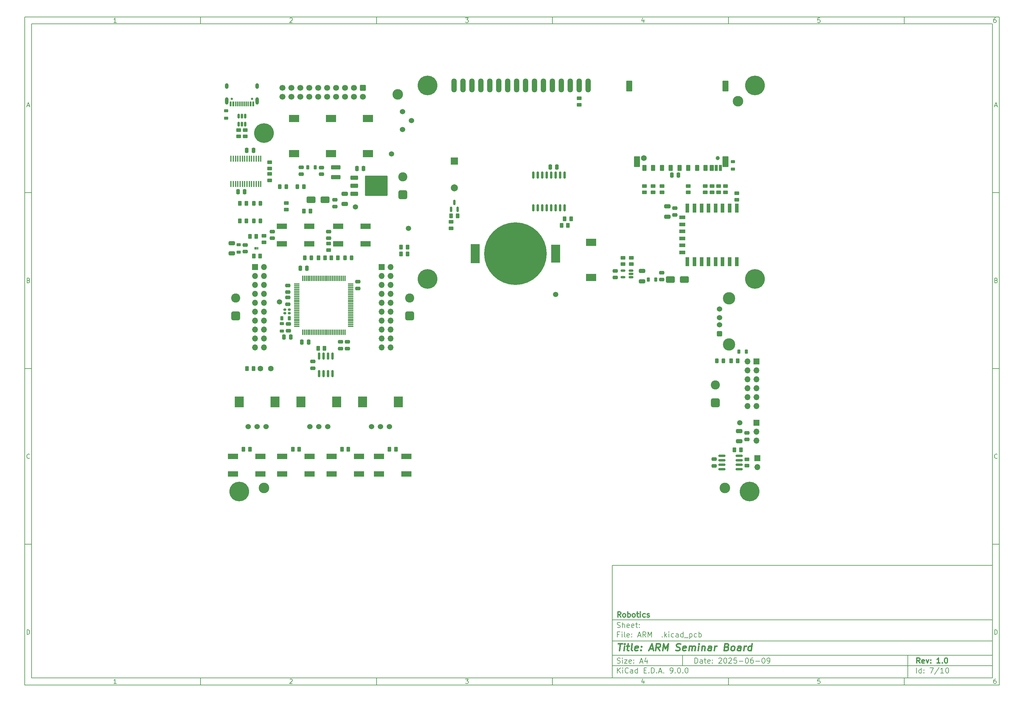
<source format=gts>
G04 #@! TF.GenerationSoftware,KiCad,Pcbnew,9.0.0*
G04 #@! TF.CreationDate,2025-06-10T17:59:39+09:00*
G04 #@! TF.ProjectId,ARM ___ __,41524d20-38f8-4982-90f4-dc2e6b696361,1.0*
G04 #@! TF.SameCoordinates,Original*
G04 #@! TF.FileFunction,Soldermask,Top*
G04 #@! TF.FilePolarity,Negative*
%FSLAX46Y46*%
G04 Gerber Fmt 4.6, Leading zero omitted, Abs format (unit mm)*
G04 Created by KiCad (PCBNEW 9.0.0) date 2025-06-10 17:59:39*
%MOMM*%
%LPD*%
G01*
G04 APERTURE LIST*
G04 Aperture macros list*
%AMRoundRect*
0 Rectangle with rounded corners*
0 $1 Rounding radius*
0 $2 $3 $4 $5 $6 $7 $8 $9 X,Y pos of 4 corners*
0 Add a 4 corners polygon primitive as box body*
4,1,4,$2,$3,$4,$5,$6,$7,$8,$9,$2,$3,0*
0 Add four circle primitives for the rounded corners*
1,1,$1+$1,$2,$3*
1,1,$1+$1,$4,$5*
1,1,$1+$1,$6,$7*
1,1,$1+$1,$8,$9*
0 Add four rect primitives between the rounded corners*
20,1,$1+$1,$2,$3,$4,$5,0*
20,1,$1+$1,$4,$5,$6,$7,0*
20,1,$1+$1,$6,$7,$8,$9,0*
20,1,$1+$1,$8,$9,$2,$3,0*%
%AMOutline4P*
0 Free polygon, 4 corners , with rotation*
0 The origin of the aperture is its center*
0 number of corners: always 4*
0 $1 to $8 corner X, Y*
0 $9 Rotation angle, in degrees counterclockwise*
0 create outline with 4 corners*
4,1,4,$1,$2,$3,$4,$5,$6,$7,$8,$1,$2,$9*%
G04 Aperture macros list end*
%ADD10C,0.100000*%
%ADD11C,0.150000*%
%ADD12C,0.300000*%
%ADD13C,0.400000*%
%ADD14RoundRect,0.250000X-0.262500X-0.450000X0.262500X-0.450000X0.262500X0.450000X-0.262500X0.450000X0*%
%ADD15RoundRect,0.243750X-0.243750X-0.456250X0.243750X-0.456250X0.243750X0.456250X-0.243750X0.456250X0*%
%ADD16C,1.500000*%
%ADD17RoundRect,0.243750X0.243750X0.456250X-0.243750X0.456250X-0.243750X-0.456250X0.243750X-0.456250X0*%
%ADD18RoundRect,0.650000X0.650000X-0.650000X0.650000X0.650000X-0.650000X0.650000X-0.650000X-0.650000X0*%
%ADD19C,2.600000*%
%ADD20RoundRect,0.150000X0.512500X0.150000X-0.512500X0.150000X-0.512500X-0.150000X0.512500X-0.150000X0*%
%ADD21RoundRect,0.250000X0.262500X0.450000X-0.262500X0.450000X-0.262500X-0.450000X0.262500X-0.450000X0*%
%ADD22R,3.000000X2.000000*%
%ADD23R,3.000000X1.524000*%
%ADD24RoundRect,0.250000X0.475000X-0.250000X0.475000X0.250000X-0.475000X0.250000X-0.475000X-0.250000X0*%
%ADD25RoundRect,0.250000X-0.450000X0.262500X-0.450000X-0.262500X0.450000X-0.262500X0.450000X0.262500X0*%
%ADD26RoundRect,0.250000X-0.475000X0.250000X-0.475000X-0.250000X0.475000X-0.250000X0.475000X0.250000X0*%
%ADD27RoundRect,0.250000X1.000000X0.650000X-1.000000X0.650000X-1.000000X-0.650000X1.000000X-0.650000X0*%
%ADD28C,1.524000*%
%ADD29Outline4P,-1.250000X-1.500000X1.250000X-1.500000X1.250000X1.500000X-1.250000X1.500000X0.000000*%
%ADD30C,5.600000*%
%ADD31RoundRect,0.250000X-0.650000X0.325000X-0.650000X-0.325000X0.650000X-0.325000X0.650000X0.325000X0*%
%ADD32RoundRect,0.150000X0.150000X-0.587500X0.150000X0.587500X-0.150000X0.587500X-0.150000X-0.587500X0*%
%ADD33RoundRect,0.250000X-1.075000X0.375000X-1.075000X-0.375000X1.075000X-0.375000X1.075000X0.375000X0*%
%ADD34RoundRect,0.250000X0.250000X0.475000X-0.250000X0.475000X-0.250000X-0.475000X0.250000X-0.475000X0*%
%ADD35RoundRect,0.150000X0.150000X-0.825000X0.150000X0.825000X-0.150000X0.825000X-0.150000X-0.825000X0*%
%ADD36C,1.600000*%
%ADD37RoundRect,0.250000X0.650000X-0.325000X0.650000X0.325000X-0.650000X0.325000X-0.650000X-0.325000X0*%
%ADD38C,3.200000*%
%ADD39O,1.501140X4.000500*%
%ADD40RoundRect,0.250000X-0.600000X0.600000X-0.600000X-0.600000X0.600000X-0.600000X0.600000X0.600000X0*%
%ADD41C,1.700000*%
%ADD42R,1.700000X1.700000*%
%ADD43O,1.700000X1.700000*%
%ADD44RoundRect,0.218750X-0.381250X0.218750X-0.381250X-0.218750X0.381250X-0.218750X0.381250X0.218750X0*%
%ADD45RoundRect,0.150000X-0.825000X-0.150000X0.825000X-0.150000X0.825000X0.150000X-0.825000X0.150000X0*%
%ADD46RoundRect,0.250000X-0.250000X-0.475000X0.250000X-0.475000X0.250000X0.475000X-0.250000X0.475000X0*%
%ADD47R,1.000000X2.500000*%
%ADD48R,1.800000X1.000000*%
%ADD49C,3.000000*%
%ADD50RoundRect,0.250000X-0.850000X-0.350000X0.850000X-0.350000X0.850000X0.350000X-0.850000X0.350000X0*%
%ADD51RoundRect,0.249997X-2.950003X-2.650003X2.950003X-2.650003X2.950003X2.650003X-2.950003X2.650003X0*%
%ADD52RoundRect,0.150000X-0.150000X0.512500X-0.150000X-0.512500X0.150000X-0.512500X0.150000X0.512500X0*%
%ADD53RoundRect,0.218750X-0.218750X-0.381250X0.218750X-0.381250X0.218750X0.381250X-0.218750X0.381250X0*%
%ADD54C,0.450000*%
%ADD55RoundRect,0.075000X-0.725000X-0.075000X0.725000X-0.075000X0.725000X0.075000X-0.725000X0.075000X0*%
%ADD56RoundRect,0.075000X-0.075000X-0.725000X0.075000X-0.725000X0.075000X0.725000X-0.075000X0.725000X0*%
%ADD57RoundRect,0.250000X0.450000X-0.262500X0.450000X0.262500X-0.450000X0.262500X-0.450000X-0.262500X0*%
%ADD58RoundRect,0.218750X0.218750X0.381250X-0.218750X0.381250X-0.218750X-0.381250X0.218750X-0.381250X0*%
%ADD59R,2.500000X5.400000*%
%ADD60R,2.500000X5.100000*%
%ADD61C,17.800000*%
%ADD62R,0.450000X1.750000*%
%ADD63RoundRect,0.175000X-0.225000X-0.175000X0.225000X-0.175000X0.225000X0.175000X-0.225000X0.175000X0*%
%ADD64R,2.000000X2.000000*%
%ADD65C,2.000000*%
%ADD66RoundRect,0.150000X-0.150000X0.875000X-0.150000X-0.875000X0.150000X-0.875000X0.150000X0.875000X0*%
%ADD67RoundRect,0.218750X0.381250X-0.218750X0.381250X0.218750X-0.381250X0.218750X-0.381250X-0.218750X0*%
%ADD68RoundRect,0.250000X0.512000X-0.512000X0.512000X0.512000X-0.512000X0.512000X-0.512000X-0.512000X0*%
%ADD69C,3.500000*%
%ADD70C,0.650000*%
%ADD71R,0.600000X1.450000*%
%ADD72R,0.300000X1.450000*%
%ADD73O,1.000000X2.100000*%
%ADD74O,1.000000X1.600000*%
%ADD75C,1.150000*%
%ADD76C,1.650000*%
%ADD77RoundRect,0.102000X0.500000X0.750000X-0.500000X0.750000X-0.500000X-0.750000X0.500000X-0.750000X0*%
%ADD78RoundRect,0.102000X0.350000X0.750000X-0.350000X0.750000X-0.350000X-0.750000X0.350000X-0.750000X0*%
%ADD79RoundRect,0.102000X0.750000X1.400000X-0.750000X1.400000X-0.750000X-1.400000X0.750000X-1.400000X0*%
G04 APERTURE END LIST*
D10*
D11*
X177002200Y-166007200D02*
X285002200Y-166007200D01*
X285002200Y-198007200D01*
X177002200Y-198007200D01*
X177002200Y-166007200D01*
D10*
D11*
X10000000Y-10000000D02*
X287002200Y-10000000D01*
X287002200Y-200007200D01*
X10000000Y-200007200D01*
X10000000Y-10000000D01*
D10*
D11*
X12000000Y-12000000D02*
X285002200Y-12000000D01*
X285002200Y-198007200D01*
X12000000Y-198007200D01*
X12000000Y-12000000D01*
D10*
D11*
X60000000Y-12000000D02*
X60000000Y-10000000D01*
D10*
D11*
X110000000Y-12000000D02*
X110000000Y-10000000D01*
D10*
D11*
X160000000Y-12000000D02*
X160000000Y-10000000D01*
D10*
D11*
X210000000Y-12000000D02*
X210000000Y-10000000D01*
D10*
D11*
X260000000Y-12000000D02*
X260000000Y-10000000D01*
D10*
D11*
X36089160Y-11593604D02*
X35346303Y-11593604D01*
X35717731Y-11593604D02*
X35717731Y-10293604D01*
X35717731Y-10293604D02*
X35593922Y-10479319D01*
X35593922Y-10479319D02*
X35470112Y-10603128D01*
X35470112Y-10603128D02*
X35346303Y-10665033D01*
D10*
D11*
X85346303Y-10417414D02*
X85408207Y-10355509D01*
X85408207Y-10355509D02*
X85532017Y-10293604D01*
X85532017Y-10293604D02*
X85841541Y-10293604D01*
X85841541Y-10293604D02*
X85965350Y-10355509D01*
X85965350Y-10355509D02*
X86027255Y-10417414D01*
X86027255Y-10417414D02*
X86089160Y-10541223D01*
X86089160Y-10541223D02*
X86089160Y-10665033D01*
X86089160Y-10665033D02*
X86027255Y-10850747D01*
X86027255Y-10850747D02*
X85284398Y-11593604D01*
X85284398Y-11593604D02*
X86089160Y-11593604D01*
D10*
D11*
X135284398Y-10293604D02*
X136089160Y-10293604D01*
X136089160Y-10293604D02*
X135655826Y-10788842D01*
X135655826Y-10788842D02*
X135841541Y-10788842D01*
X135841541Y-10788842D02*
X135965350Y-10850747D01*
X135965350Y-10850747D02*
X136027255Y-10912652D01*
X136027255Y-10912652D02*
X136089160Y-11036461D01*
X136089160Y-11036461D02*
X136089160Y-11345985D01*
X136089160Y-11345985D02*
X136027255Y-11469795D01*
X136027255Y-11469795D02*
X135965350Y-11531700D01*
X135965350Y-11531700D02*
X135841541Y-11593604D01*
X135841541Y-11593604D02*
X135470112Y-11593604D01*
X135470112Y-11593604D02*
X135346303Y-11531700D01*
X135346303Y-11531700D02*
X135284398Y-11469795D01*
D10*
D11*
X185965350Y-10726938D02*
X185965350Y-11593604D01*
X185655826Y-10231700D02*
X185346303Y-11160271D01*
X185346303Y-11160271D02*
X186151064Y-11160271D01*
D10*
D11*
X236027255Y-10293604D02*
X235408207Y-10293604D01*
X235408207Y-10293604D02*
X235346303Y-10912652D01*
X235346303Y-10912652D02*
X235408207Y-10850747D01*
X235408207Y-10850747D02*
X235532017Y-10788842D01*
X235532017Y-10788842D02*
X235841541Y-10788842D01*
X235841541Y-10788842D02*
X235965350Y-10850747D01*
X235965350Y-10850747D02*
X236027255Y-10912652D01*
X236027255Y-10912652D02*
X236089160Y-11036461D01*
X236089160Y-11036461D02*
X236089160Y-11345985D01*
X236089160Y-11345985D02*
X236027255Y-11469795D01*
X236027255Y-11469795D02*
X235965350Y-11531700D01*
X235965350Y-11531700D02*
X235841541Y-11593604D01*
X235841541Y-11593604D02*
X235532017Y-11593604D01*
X235532017Y-11593604D02*
X235408207Y-11531700D01*
X235408207Y-11531700D02*
X235346303Y-11469795D01*
D10*
D11*
X285965350Y-10293604D02*
X285717731Y-10293604D01*
X285717731Y-10293604D02*
X285593922Y-10355509D01*
X285593922Y-10355509D02*
X285532017Y-10417414D01*
X285532017Y-10417414D02*
X285408207Y-10603128D01*
X285408207Y-10603128D02*
X285346303Y-10850747D01*
X285346303Y-10850747D02*
X285346303Y-11345985D01*
X285346303Y-11345985D02*
X285408207Y-11469795D01*
X285408207Y-11469795D02*
X285470112Y-11531700D01*
X285470112Y-11531700D02*
X285593922Y-11593604D01*
X285593922Y-11593604D02*
X285841541Y-11593604D01*
X285841541Y-11593604D02*
X285965350Y-11531700D01*
X285965350Y-11531700D02*
X286027255Y-11469795D01*
X286027255Y-11469795D02*
X286089160Y-11345985D01*
X286089160Y-11345985D02*
X286089160Y-11036461D01*
X286089160Y-11036461D02*
X286027255Y-10912652D01*
X286027255Y-10912652D02*
X285965350Y-10850747D01*
X285965350Y-10850747D02*
X285841541Y-10788842D01*
X285841541Y-10788842D02*
X285593922Y-10788842D01*
X285593922Y-10788842D02*
X285470112Y-10850747D01*
X285470112Y-10850747D02*
X285408207Y-10912652D01*
X285408207Y-10912652D02*
X285346303Y-11036461D01*
D10*
D11*
X60000000Y-198007200D02*
X60000000Y-200007200D01*
D10*
D11*
X110000000Y-198007200D02*
X110000000Y-200007200D01*
D10*
D11*
X160000000Y-198007200D02*
X160000000Y-200007200D01*
D10*
D11*
X210000000Y-198007200D02*
X210000000Y-200007200D01*
D10*
D11*
X260000000Y-198007200D02*
X260000000Y-200007200D01*
D10*
D11*
X36089160Y-199600804D02*
X35346303Y-199600804D01*
X35717731Y-199600804D02*
X35717731Y-198300804D01*
X35717731Y-198300804D02*
X35593922Y-198486519D01*
X35593922Y-198486519D02*
X35470112Y-198610328D01*
X35470112Y-198610328D02*
X35346303Y-198672233D01*
D10*
D11*
X85346303Y-198424614D02*
X85408207Y-198362709D01*
X85408207Y-198362709D02*
X85532017Y-198300804D01*
X85532017Y-198300804D02*
X85841541Y-198300804D01*
X85841541Y-198300804D02*
X85965350Y-198362709D01*
X85965350Y-198362709D02*
X86027255Y-198424614D01*
X86027255Y-198424614D02*
X86089160Y-198548423D01*
X86089160Y-198548423D02*
X86089160Y-198672233D01*
X86089160Y-198672233D02*
X86027255Y-198857947D01*
X86027255Y-198857947D02*
X85284398Y-199600804D01*
X85284398Y-199600804D02*
X86089160Y-199600804D01*
D10*
D11*
X135284398Y-198300804D02*
X136089160Y-198300804D01*
X136089160Y-198300804D02*
X135655826Y-198796042D01*
X135655826Y-198796042D02*
X135841541Y-198796042D01*
X135841541Y-198796042D02*
X135965350Y-198857947D01*
X135965350Y-198857947D02*
X136027255Y-198919852D01*
X136027255Y-198919852D02*
X136089160Y-199043661D01*
X136089160Y-199043661D02*
X136089160Y-199353185D01*
X136089160Y-199353185D02*
X136027255Y-199476995D01*
X136027255Y-199476995D02*
X135965350Y-199538900D01*
X135965350Y-199538900D02*
X135841541Y-199600804D01*
X135841541Y-199600804D02*
X135470112Y-199600804D01*
X135470112Y-199600804D02*
X135346303Y-199538900D01*
X135346303Y-199538900D02*
X135284398Y-199476995D01*
D10*
D11*
X185965350Y-198734138D02*
X185965350Y-199600804D01*
X185655826Y-198238900D02*
X185346303Y-199167471D01*
X185346303Y-199167471D02*
X186151064Y-199167471D01*
D10*
D11*
X236027255Y-198300804D02*
X235408207Y-198300804D01*
X235408207Y-198300804D02*
X235346303Y-198919852D01*
X235346303Y-198919852D02*
X235408207Y-198857947D01*
X235408207Y-198857947D02*
X235532017Y-198796042D01*
X235532017Y-198796042D02*
X235841541Y-198796042D01*
X235841541Y-198796042D02*
X235965350Y-198857947D01*
X235965350Y-198857947D02*
X236027255Y-198919852D01*
X236027255Y-198919852D02*
X236089160Y-199043661D01*
X236089160Y-199043661D02*
X236089160Y-199353185D01*
X236089160Y-199353185D02*
X236027255Y-199476995D01*
X236027255Y-199476995D02*
X235965350Y-199538900D01*
X235965350Y-199538900D02*
X235841541Y-199600804D01*
X235841541Y-199600804D02*
X235532017Y-199600804D01*
X235532017Y-199600804D02*
X235408207Y-199538900D01*
X235408207Y-199538900D02*
X235346303Y-199476995D01*
D10*
D11*
X285965350Y-198300804D02*
X285717731Y-198300804D01*
X285717731Y-198300804D02*
X285593922Y-198362709D01*
X285593922Y-198362709D02*
X285532017Y-198424614D01*
X285532017Y-198424614D02*
X285408207Y-198610328D01*
X285408207Y-198610328D02*
X285346303Y-198857947D01*
X285346303Y-198857947D02*
X285346303Y-199353185D01*
X285346303Y-199353185D02*
X285408207Y-199476995D01*
X285408207Y-199476995D02*
X285470112Y-199538900D01*
X285470112Y-199538900D02*
X285593922Y-199600804D01*
X285593922Y-199600804D02*
X285841541Y-199600804D01*
X285841541Y-199600804D02*
X285965350Y-199538900D01*
X285965350Y-199538900D02*
X286027255Y-199476995D01*
X286027255Y-199476995D02*
X286089160Y-199353185D01*
X286089160Y-199353185D02*
X286089160Y-199043661D01*
X286089160Y-199043661D02*
X286027255Y-198919852D01*
X286027255Y-198919852D02*
X285965350Y-198857947D01*
X285965350Y-198857947D02*
X285841541Y-198796042D01*
X285841541Y-198796042D02*
X285593922Y-198796042D01*
X285593922Y-198796042D02*
X285470112Y-198857947D01*
X285470112Y-198857947D02*
X285408207Y-198919852D01*
X285408207Y-198919852D02*
X285346303Y-199043661D01*
D10*
D11*
X10000000Y-60000000D02*
X12000000Y-60000000D01*
D10*
D11*
X10000000Y-110000000D02*
X12000000Y-110000000D01*
D10*
D11*
X10000000Y-160000000D02*
X12000000Y-160000000D01*
D10*
D11*
X10690476Y-35222176D02*
X11309523Y-35222176D01*
X10566666Y-35593604D02*
X10999999Y-34293604D01*
X10999999Y-34293604D02*
X11433333Y-35593604D01*
D10*
D11*
X11092857Y-84912652D02*
X11278571Y-84974557D01*
X11278571Y-84974557D02*
X11340476Y-85036461D01*
X11340476Y-85036461D02*
X11402380Y-85160271D01*
X11402380Y-85160271D02*
X11402380Y-85345985D01*
X11402380Y-85345985D02*
X11340476Y-85469795D01*
X11340476Y-85469795D02*
X11278571Y-85531700D01*
X11278571Y-85531700D02*
X11154761Y-85593604D01*
X11154761Y-85593604D02*
X10659523Y-85593604D01*
X10659523Y-85593604D02*
X10659523Y-84293604D01*
X10659523Y-84293604D02*
X11092857Y-84293604D01*
X11092857Y-84293604D02*
X11216666Y-84355509D01*
X11216666Y-84355509D02*
X11278571Y-84417414D01*
X11278571Y-84417414D02*
X11340476Y-84541223D01*
X11340476Y-84541223D02*
X11340476Y-84665033D01*
X11340476Y-84665033D02*
X11278571Y-84788842D01*
X11278571Y-84788842D02*
X11216666Y-84850747D01*
X11216666Y-84850747D02*
X11092857Y-84912652D01*
X11092857Y-84912652D02*
X10659523Y-84912652D01*
D10*
D11*
X11402380Y-135469795D02*
X11340476Y-135531700D01*
X11340476Y-135531700D02*
X11154761Y-135593604D01*
X11154761Y-135593604D02*
X11030952Y-135593604D01*
X11030952Y-135593604D02*
X10845238Y-135531700D01*
X10845238Y-135531700D02*
X10721428Y-135407890D01*
X10721428Y-135407890D02*
X10659523Y-135284080D01*
X10659523Y-135284080D02*
X10597619Y-135036461D01*
X10597619Y-135036461D02*
X10597619Y-134850747D01*
X10597619Y-134850747D02*
X10659523Y-134603128D01*
X10659523Y-134603128D02*
X10721428Y-134479319D01*
X10721428Y-134479319D02*
X10845238Y-134355509D01*
X10845238Y-134355509D02*
X11030952Y-134293604D01*
X11030952Y-134293604D02*
X11154761Y-134293604D01*
X11154761Y-134293604D02*
X11340476Y-134355509D01*
X11340476Y-134355509D02*
X11402380Y-134417414D01*
D10*
D11*
X10659523Y-185593604D02*
X10659523Y-184293604D01*
X10659523Y-184293604D02*
X10969047Y-184293604D01*
X10969047Y-184293604D02*
X11154761Y-184355509D01*
X11154761Y-184355509D02*
X11278571Y-184479319D01*
X11278571Y-184479319D02*
X11340476Y-184603128D01*
X11340476Y-184603128D02*
X11402380Y-184850747D01*
X11402380Y-184850747D02*
X11402380Y-185036461D01*
X11402380Y-185036461D02*
X11340476Y-185284080D01*
X11340476Y-185284080D02*
X11278571Y-185407890D01*
X11278571Y-185407890D02*
X11154761Y-185531700D01*
X11154761Y-185531700D02*
X10969047Y-185593604D01*
X10969047Y-185593604D02*
X10659523Y-185593604D01*
D10*
D11*
X287002200Y-60000000D02*
X285002200Y-60000000D01*
D10*
D11*
X287002200Y-110000000D02*
X285002200Y-110000000D01*
D10*
D11*
X287002200Y-160000000D02*
X285002200Y-160000000D01*
D10*
D11*
X285692676Y-35222176D02*
X286311723Y-35222176D01*
X285568866Y-35593604D02*
X286002199Y-34293604D01*
X286002199Y-34293604D02*
X286435533Y-35593604D01*
D10*
D11*
X286095057Y-84912652D02*
X286280771Y-84974557D01*
X286280771Y-84974557D02*
X286342676Y-85036461D01*
X286342676Y-85036461D02*
X286404580Y-85160271D01*
X286404580Y-85160271D02*
X286404580Y-85345985D01*
X286404580Y-85345985D02*
X286342676Y-85469795D01*
X286342676Y-85469795D02*
X286280771Y-85531700D01*
X286280771Y-85531700D02*
X286156961Y-85593604D01*
X286156961Y-85593604D02*
X285661723Y-85593604D01*
X285661723Y-85593604D02*
X285661723Y-84293604D01*
X285661723Y-84293604D02*
X286095057Y-84293604D01*
X286095057Y-84293604D02*
X286218866Y-84355509D01*
X286218866Y-84355509D02*
X286280771Y-84417414D01*
X286280771Y-84417414D02*
X286342676Y-84541223D01*
X286342676Y-84541223D02*
X286342676Y-84665033D01*
X286342676Y-84665033D02*
X286280771Y-84788842D01*
X286280771Y-84788842D02*
X286218866Y-84850747D01*
X286218866Y-84850747D02*
X286095057Y-84912652D01*
X286095057Y-84912652D02*
X285661723Y-84912652D01*
D10*
D11*
X286404580Y-135469795D02*
X286342676Y-135531700D01*
X286342676Y-135531700D02*
X286156961Y-135593604D01*
X286156961Y-135593604D02*
X286033152Y-135593604D01*
X286033152Y-135593604D02*
X285847438Y-135531700D01*
X285847438Y-135531700D02*
X285723628Y-135407890D01*
X285723628Y-135407890D02*
X285661723Y-135284080D01*
X285661723Y-135284080D02*
X285599819Y-135036461D01*
X285599819Y-135036461D02*
X285599819Y-134850747D01*
X285599819Y-134850747D02*
X285661723Y-134603128D01*
X285661723Y-134603128D02*
X285723628Y-134479319D01*
X285723628Y-134479319D02*
X285847438Y-134355509D01*
X285847438Y-134355509D02*
X286033152Y-134293604D01*
X286033152Y-134293604D02*
X286156961Y-134293604D01*
X286156961Y-134293604D02*
X286342676Y-134355509D01*
X286342676Y-134355509D02*
X286404580Y-134417414D01*
D10*
D11*
X285661723Y-185593604D02*
X285661723Y-184293604D01*
X285661723Y-184293604D02*
X285971247Y-184293604D01*
X285971247Y-184293604D02*
X286156961Y-184355509D01*
X286156961Y-184355509D02*
X286280771Y-184479319D01*
X286280771Y-184479319D02*
X286342676Y-184603128D01*
X286342676Y-184603128D02*
X286404580Y-184850747D01*
X286404580Y-184850747D02*
X286404580Y-185036461D01*
X286404580Y-185036461D02*
X286342676Y-185284080D01*
X286342676Y-185284080D02*
X286280771Y-185407890D01*
X286280771Y-185407890D02*
X286156961Y-185531700D01*
X286156961Y-185531700D02*
X285971247Y-185593604D01*
X285971247Y-185593604D02*
X285661723Y-185593604D01*
D10*
D11*
X200458026Y-193793328D02*
X200458026Y-192293328D01*
X200458026Y-192293328D02*
X200815169Y-192293328D01*
X200815169Y-192293328D02*
X201029455Y-192364757D01*
X201029455Y-192364757D02*
X201172312Y-192507614D01*
X201172312Y-192507614D02*
X201243741Y-192650471D01*
X201243741Y-192650471D02*
X201315169Y-192936185D01*
X201315169Y-192936185D02*
X201315169Y-193150471D01*
X201315169Y-193150471D02*
X201243741Y-193436185D01*
X201243741Y-193436185D02*
X201172312Y-193579042D01*
X201172312Y-193579042D02*
X201029455Y-193721900D01*
X201029455Y-193721900D02*
X200815169Y-193793328D01*
X200815169Y-193793328D02*
X200458026Y-193793328D01*
X202600884Y-193793328D02*
X202600884Y-193007614D01*
X202600884Y-193007614D02*
X202529455Y-192864757D01*
X202529455Y-192864757D02*
X202386598Y-192793328D01*
X202386598Y-192793328D02*
X202100884Y-192793328D01*
X202100884Y-192793328D02*
X201958026Y-192864757D01*
X202600884Y-193721900D02*
X202458026Y-193793328D01*
X202458026Y-193793328D02*
X202100884Y-193793328D01*
X202100884Y-193793328D02*
X201958026Y-193721900D01*
X201958026Y-193721900D02*
X201886598Y-193579042D01*
X201886598Y-193579042D02*
X201886598Y-193436185D01*
X201886598Y-193436185D02*
X201958026Y-193293328D01*
X201958026Y-193293328D02*
X202100884Y-193221900D01*
X202100884Y-193221900D02*
X202458026Y-193221900D01*
X202458026Y-193221900D02*
X202600884Y-193150471D01*
X203100884Y-192793328D02*
X203672312Y-192793328D01*
X203315169Y-192293328D02*
X203315169Y-193579042D01*
X203315169Y-193579042D02*
X203386598Y-193721900D01*
X203386598Y-193721900D02*
X203529455Y-193793328D01*
X203529455Y-193793328D02*
X203672312Y-193793328D01*
X204743741Y-193721900D02*
X204600884Y-193793328D01*
X204600884Y-193793328D02*
X204315170Y-193793328D01*
X204315170Y-193793328D02*
X204172312Y-193721900D01*
X204172312Y-193721900D02*
X204100884Y-193579042D01*
X204100884Y-193579042D02*
X204100884Y-193007614D01*
X204100884Y-193007614D02*
X204172312Y-192864757D01*
X204172312Y-192864757D02*
X204315170Y-192793328D01*
X204315170Y-192793328D02*
X204600884Y-192793328D01*
X204600884Y-192793328D02*
X204743741Y-192864757D01*
X204743741Y-192864757D02*
X204815170Y-193007614D01*
X204815170Y-193007614D02*
X204815170Y-193150471D01*
X204815170Y-193150471D02*
X204100884Y-193293328D01*
X205458026Y-193650471D02*
X205529455Y-193721900D01*
X205529455Y-193721900D02*
X205458026Y-193793328D01*
X205458026Y-193793328D02*
X205386598Y-193721900D01*
X205386598Y-193721900D02*
X205458026Y-193650471D01*
X205458026Y-193650471D02*
X205458026Y-193793328D01*
X205458026Y-192864757D02*
X205529455Y-192936185D01*
X205529455Y-192936185D02*
X205458026Y-193007614D01*
X205458026Y-193007614D02*
X205386598Y-192936185D01*
X205386598Y-192936185D02*
X205458026Y-192864757D01*
X205458026Y-192864757D02*
X205458026Y-193007614D01*
X207243741Y-192436185D02*
X207315169Y-192364757D01*
X207315169Y-192364757D02*
X207458027Y-192293328D01*
X207458027Y-192293328D02*
X207815169Y-192293328D01*
X207815169Y-192293328D02*
X207958027Y-192364757D01*
X207958027Y-192364757D02*
X208029455Y-192436185D01*
X208029455Y-192436185D02*
X208100884Y-192579042D01*
X208100884Y-192579042D02*
X208100884Y-192721900D01*
X208100884Y-192721900D02*
X208029455Y-192936185D01*
X208029455Y-192936185D02*
X207172312Y-193793328D01*
X207172312Y-193793328D02*
X208100884Y-193793328D01*
X209029455Y-192293328D02*
X209172312Y-192293328D01*
X209172312Y-192293328D02*
X209315169Y-192364757D01*
X209315169Y-192364757D02*
X209386598Y-192436185D01*
X209386598Y-192436185D02*
X209458026Y-192579042D01*
X209458026Y-192579042D02*
X209529455Y-192864757D01*
X209529455Y-192864757D02*
X209529455Y-193221900D01*
X209529455Y-193221900D02*
X209458026Y-193507614D01*
X209458026Y-193507614D02*
X209386598Y-193650471D01*
X209386598Y-193650471D02*
X209315169Y-193721900D01*
X209315169Y-193721900D02*
X209172312Y-193793328D01*
X209172312Y-193793328D02*
X209029455Y-193793328D01*
X209029455Y-193793328D02*
X208886598Y-193721900D01*
X208886598Y-193721900D02*
X208815169Y-193650471D01*
X208815169Y-193650471D02*
X208743740Y-193507614D01*
X208743740Y-193507614D02*
X208672312Y-193221900D01*
X208672312Y-193221900D02*
X208672312Y-192864757D01*
X208672312Y-192864757D02*
X208743740Y-192579042D01*
X208743740Y-192579042D02*
X208815169Y-192436185D01*
X208815169Y-192436185D02*
X208886598Y-192364757D01*
X208886598Y-192364757D02*
X209029455Y-192293328D01*
X210100883Y-192436185D02*
X210172311Y-192364757D01*
X210172311Y-192364757D02*
X210315169Y-192293328D01*
X210315169Y-192293328D02*
X210672311Y-192293328D01*
X210672311Y-192293328D02*
X210815169Y-192364757D01*
X210815169Y-192364757D02*
X210886597Y-192436185D01*
X210886597Y-192436185D02*
X210958026Y-192579042D01*
X210958026Y-192579042D02*
X210958026Y-192721900D01*
X210958026Y-192721900D02*
X210886597Y-192936185D01*
X210886597Y-192936185D02*
X210029454Y-193793328D01*
X210029454Y-193793328D02*
X210958026Y-193793328D01*
X212315168Y-192293328D02*
X211600882Y-192293328D01*
X211600882Y-192293328D02*
X211529454Y-193007614D01*
X211529454Y-193007614D02*
X211600882Y-192936185D01*
X211600882Y-192936185D02*
X211743740Y-192864757D01*
X211743740Y-192864757D02*
X212100882Y-192864757D01*
X212100882Y-192864757D02*
X212243740Y-192936185D01*
X212243740Y-192936185D02*
X212315168Y-193007614D01*
X212315168Y-193007614D02*
X212386597Y-193150471D01*
X212386597Y-193150471D02*
X212386597Y-193507614D01*
X212386597Y-193507614D02*
X212315168Y-193650471D01*
X212315168Y-193650471D02*
X212243740Y-193721900D01*
X212243740Y-193721900D02*
X212100882Y-193793328D01*
X212100882Y-193793328D02*
X211743740Y-193793328D01*
X211743740Y-193793328D02*
X211600882Y-193721900D01*
X211600882Y-193721900D02*
X211529454Y-193650471D01*
X213029453Y-193221900D02*
X214172311Y-193221900D01*
X215172311Y-192293328D02*
X215315168Y-192293328D01*
X215315168Y-192293328D02*
X215458025Y-192364757D01*
X215458025Y-192364757D02*
X215529454Y-192436185D01*
X215529454Y-192436185D02*
X215600882Y-192579042D01*
X215600882Y-192579042D02*
X215672311Y-192864757D01*
X215672311Y-192864757D02*
X215672311Y-193221900D01*
X215672311Y-193221900D02*
X215600882Y-193507614D01*
X215600882Y-193507614D02*
X215529454Y-193650471D01*
X215529454Y-193650471D02*
X215458025Y-193721900D01*
X215458025Y-193721900D02*
X215315168Y-193793328D01*
X215315168Y-193793328D02*
X215172311Y-193793328D01*
X215172311Y-193793328D02*
X215029454Y-193721900D01*
X215029454Y-193721900D02*
X214958025Y-193650471D01*
X214958025Y-193650471D02*
X214886596Y-193507614D01*
X214886596Y-193507614D02*
X214815168Y-193221900D01*
X214815168Y-193221900D02*
X214815168Y-192864757D01*
X214815168Y-192864757D02*
X214886596Y-192579042D01*
X214886596Y-192579042D02*
X214958025Y-192436185D01*
X214958025Y-192436185D02*
X215029454Y-192364757D01*
X215029454Y-192364757D02*
X215172311Y-192293328D01*
X216958025Y-192293328D02*
X216672310Y-192293328D01*
X216672310Y-192293328D02*
X216529453Y-192364757D01*
X216529453Y-192364757D02*
X216458025Y-192436185D01*
X216458025Y-192436185D02*
X216315167Y-192650471D01*
X216315167Y-192650471D02*
X216243739Y-192936185D01*
X216243739Y-192936185D02*
X216243739Y-193507614D01*
X216243739Y-193507614D02*
X216315167Y-193650471D01*
X216315167Y-193650471D02*
X216386596Y-193721900D01*
X216386596Y-193721900D02*
X216529453Y-193793328D01*
X216529453Y-193793328D02*
X216815167Y-193793328D01*
X216815167Y-193793328D02*
X216958025Y-193721900D01*
X216958025Y-193721900D02*
X217029453Y-193650471D01*
X217029453Y-193650471D02*
X217100882Y-193507614D01*
X217100882Y-193507614D02*
X217100882Y-193150471D01*
X217100882Y-193150471D02*
X217029453Y-193007614D01*
X217029453Y-193007614D02*
X216958025Y-192936185D01*
X216958025Y-192936185D02*
X216815167Y-192864757D01*
X216815167Y-192864757D02*
X216529453Y-192864757D01*
X216529453Y-192864757D02*
X216386596Y-192936185D01*
X216386596Y-192936185D02*
X216315167Y-193007614D01*
X216315167Y-193007614D02*
X216243739Y-193150471D01*
X217743738Y-193221900D02*
X218886596Y-193221900D01*
X219886596Y-192293328D02*
X220029453Y-192293328D01*
X220029453Y-192293328D02*
X220172310Y-192364757D01*
X220172310Y-192364757D02*
X220243739Y-192436185D01*
X220243739Y-192436185D02*
X220315167Y-192579042D01*
X220315167Y-192579042D02*
X220386596Y-192864757D01*
X220386596Y-192864757D02*
X220386596Y-193221900D01*
X220386596Y-193221900D02*
X220315167Y-193507614D01*
X220315167Y-193507614D02*
X220243739Y-193650471D01*
X220243739Y-193650471D02*
X220172310Y-193721900D01*
X220172310Y-193721900D02*
X220029453Y-193793328D01*
X220029453Y-193793328D02*
X219886596Y-193793328D01*
X219886596Y-193793328D02*
X219743739Y-193721900D01*
X219743739Y-193721900D02*
X219672310Y-193650471D01*
X219672310Y-193650471D02*
X219600881Y-193507614D01*
X219600881Y-193507614D02*
X219529453Y-193221900D01*
X219529453Y-193221900D02*
X219529453Y-192864757D01*
X219529453Y-192864757D02*
X219600881Y-192579042D01*
X219600881Y-192579042D02*
X219672310Y-192436185D01*
X219672310Y-192436185D02*
X219743739Y-192364757D01*
X219743739Y-192364757D02*
X219886596Y-192293328D01*
X221100881Y-193793328D02*
X221386595Y-193793328D01*
X221386595Y-193793328D02*
X221529452Y-193721900D01*
X221529452Y-193721900D02*
X221600881Y-193650471D01*
X221600881Y-193650471D02*
X221743738Y-193436185D01*
X221743738Y-193436185D02*
X221815167Y-193150471D01*
X221815167Y-193150471D02*
X221815167Y-192579042D01*
X221815167Y-192579042D02*
X221743738Y-192436185D01*
X221743738Y-192436185D02*
X221672310Y-192364757D01*
X221672310Y-192364757D02*
X221529452Y-192293328D01*
X221529452Y-192293328D02*
X221243738Y-192293328D01*
X221243738Y-192293328D02*
X221100881Y-192364757D01*
X221100881Y-192364757D02*
X221029452Y-192436185D01*
X221029452Y-192436185D02*
X220958024Y-192579042D01*
X220958024Y-192579042D02*
X220958024Y-192936185D01*
X220958024Y-192936185D02*
X221029452Y-193079042D01*
X221029452Y-193079042D02*
X221100881Y-193150471D01*
X221100881Y-193150471D02*
X221243738Y-193221900D01*
X221243738Y-193221900D02*
X221529452Y-193221900D01*
X221529452Y-193221900D02*
X221672310Y-193150471D01*
X221672310Y-193150471D02*
X221743738Y-193079042D01*
X221743738Y-193079042D02*
X221815167Y-192936185D01*
D10*
D11*
X177002200Y-194507200D02*
X285002200Y-194507200D01*
D10*
D11*
X178458026Y-196593328D02*
X178458026Y-195093328D01*
X179315169Y-196593328D02*
X178672312Y-195736185D01*
X179315169Y-195093328D02*
X178458026Y-195950471D01*
X179958026Y-196593328D02*
X179958026Y-195593328D01*
X179958026Y-195093328D02*
X179886598Y-195164757D01*
X179886598Y-195164757D02*
X179958026Y-195236185D01*
X179958026Y-195236185D02*
X180029455Y-195164757D01*
X180029455Y-195164757D02*
X179958026Y-195093328D01*
X179958026Y-195093328D02*
X179958026Y-195236185D01*
X181529455Y-196450471D02*
X181458027Y-196521900D01*
X181458027Y-196521900D02*
X181243741Y-196593328D01*
X181243741Y-196593328D02*
X181100884Y-196593328D01*
X181100884Y-196593328D02*
X180886598Y-196521900D01*
X180886598Y-196521900D02*
X180743741Y-196379042D01*
X180743741Y-196379042D02*
X180672312Y-196236185D01*
X180672312Y-196236185D02*
X180600884Y-195950471D01*
X180600884Y-195950471D02*
X180600884Y-195736185D01*
X180600884Y-195736185D02*
X180672312Y-195450471D01*
X180672312Y-195450471D02*
X180743741Y-195307614D01*
X180743741Y-195307614D02*
X180886598Y-195164757D01*
X180886598Y-195164757D02*
X181100884Y-195093328D01*
X181100884Y-195093328D02*
X181243741Y-195093328D01*
X181243741Y-195093328D02*
X181458027Y-195164757D01*
X181458027Y-195164757D02*
X181529455Y-195236185D01*
X182815170Y-196593328D02*
X182815170Y-195807614D01*
X182815170Y-195807614D02*
X182743741Y-195664757D01*
X182743741Y-195664757D02*
X182600884Y-195593328D01*
X182600884Y-195593328D02*
X182315170Y-195593328D01*
X182315170Y-195593328D02*
X182172312Y-195664757D01*
X182815170Y-196521900D02*
X182672312Y-196593328D01*
X182672312Y-196593328D02*
X182315170Y-196593328D01*
X182315170Y-196593328D02*
X182172312Y-196521900D01*
X182172312Y-196521900D02*
X182100884Y-196379042D01*
X182100884Y-196379042D02*
X182100884Y-196236185D01*
X182100884Y-196236185D02*
X182172312Y-196093328D01*
X182172312Y-196093328D02*
X182315170Y-196021900D01*
X182315170Y-196021900D02*
X182672312Y-196021900D01*
X182672312Y-196021900D02*
X182815170Y-195950471D01*
X184172313Y-196593328D02*
X184172313Y-195093328D01*
X184172313Y-196521900D02*
X184029455Y-196593328D01*
X184029455Y-196593328D02*
X183743741Y-196593328D01*
X183743741Y-196593328D02*
X183600884Y-196521900D01*
X183600884Y-196521900D02*
X183529455Y-196450471D01*
X183529455Y-196450471D02*
X183458027Y-196307614D01*
X183458027Y-196307614D02*
X183458027Y-195879042D01*
X183458027Y-195879042D02*
X183529455Y-195736185D01*
X183529455Y-195736185D02*
X183600884Y-195664757D01*
X183600884Y-195664757D02*
X183743741Y-195593328D01*
X183743741Y-195593328D02*
X184029455Y-195593328D01*
X184029455Y-195593328D02*
X184172313Y-195664757D01*
X186029455Y-195807614D02*
X186529455Y-195807614D01*
X186743741Y-196593328D02*
X186029455Y-196593328D01*
X186029455Y-196593328D02*
X186029455Y-195093328D01*
X186029455Y-195093328D02*
X186743741Y-195093328D01*
X187386598Y-196450471D02*
X187458027Y-196521900D01*
X187458027Y-196521900D02*
X187386598Y-196593328D01*
X187386598Y-196593328D02*
X187315170Y-196521900D01*
X187315170Y-196521900D02*
X187386598Y-196450471D01*
X187386598Y-196450471D02*
X187386598Y-196593328D01*
X188100884Y-196593328D02*
X188100884Y-195093328D01*
X188100884Y-195093328D02*
X188458027Y-195093328D01*
X188458027Y-195093328D02*
X188672313Y-195164757D01*
X188672313Y-195164757D02*
X188815170Y-195307614D01*
X188815170Y-195307614D02*
X188886599Y-195450471D01*
X188886599Y-195450471D02*
X188958027Y-195736185D01*
X188958027Y-195736185D02*
X188958027Y-195950471D01*
X188958027Y-195950471D02*
X188886599Y-196236185D01*
X188886599Y-196236185D02*
X188815170Y-196379042D01*
X188815170Y-196379042D02*
X188672313Y-196521900D01*
X188672313Y-196521900D02*
X188458027Y-196593328D01*
X188458027Y-196593328D02*
X188100884Y-196593328D01*
X189600884Y-196450471D02*
X189672313Y-196521900D01*
X189672313Y-196521900D02*
X189600884Y-196593328D01*
X189600884Y-196593328D02*
X189529456Y-196521900D01*
X189529456Y-196521900D02*
X189600884Y-196450471D01*
X189600884Y-196450471D02*
X189600884Y-196593328D01*
X190243742Y-196164757D02*
X190958028Y-196164757D01*
X190100885Y-196593328D02*
X190600885Y-195093328D01*
X190600885Y-195093328D02*
X191100885Y-196593328D01*
X191600884Y-196450471D02*
X191672313Y-196521900D01*
X191672313Y-196521900D02*
X191600884Y-196593328D01*
X191600884Y-196593328D02*
X191529456Y-196521900D01*
X191529456Y-196521900D02*
X191600884Y-196450471D01*
X191600884Y-196450471D02*
X191600884Y-196593328D01*
X193529456Y-196593328D02*
X193815170Y-196593328D01*
X193815170Y-196593328D02*
X193958027Y-196521900D01*
X193958027Y-196521900D02*
X194029456Y-196450471D01*
X194029456Y-196450471D02*
X194172313Y-196236185D01*
X194172313Y-196236185D02*
X194243742Y-195950471D01*
X194243742Y-195950471D02*
X194243742Y-195379042D01*
X194243742Y-195379042D02*
X194172313Y-195236185D01*
X194172313Y-195236185D02*
X194100885Y-195164757D01*
X194100885Y-195164757D02*
X193958027Y-195093328D01*
X193958027Y-195093328D02*
X193672313Y-195093328D01*
X193672313Y-195093328D02*
X193529456Y-195164757D01*
X193529456Y-195164757D02*
X193458027Y-195236185D01*
X193458027Y-195236185D02*
X193386599Y-195379042D01*
X193386599Y-195379042D02*
X193386599Y-195736185D01*
X193386599Y-195736185D02*
X193458027Y-195879042D01*
X193458027Y-195879042D02*
X193529456Y-195950471D01*
X193529456Y-195950471D02*
X193672313Y-196021900D01*
X193672313Y-196021900D02*
X193958027Y-196021900D01*
X193958027Y-196021900D02*
X194100885Y-195950471D01*
X194100885Y-195950471D02*
X194172313Y-195879042D01*
X194172313Y-195879042D02*
X194243742Y-195736185D01*
X194886598Y-196450471D02*
X194958027Y-196521900D01*
X194958027Y-196521900D02*
X194886598Y-196593328D01*
X194886598Y-196593328D02*
X194815170Y-196521900D01*
X194815170Y-196521900D02*
X194886598Y-196450471D01*
X194886598Y-196450471D02*
X194886598Y-196593328D01*
X195886599Y-195093328D02*
X196029456Y-195093328D01*
X196029456Y-195093328D02*
X196172313Y-195164757D01*
X196172313Y-195164757D02*
X196243742Y-195236185D01*
X196243742Y-195236185D02*
X196315170Y-195379042D01*
X196315170Y-195379042D02*
X196386599Y-195664757D01*
X196386599Y-195664757D02*
X196386599Y-196021900D01*
X196386599Y-196021900D02*
X196315170Y-196307614D01*
X196315170Y-196307614D02*
X196243742Y-196450471D01*
X196243742Y-196450471D02*
X196172313Y-196521900D01*
X196172313Y-196521900D02*
X196029456Y-196593328D01*
X196029456Y-196593328D02*
X195886599Y-196593328D01*
X195886599Y-196593328D02*
X195743742Y-196521900D01*
X195743742Y-196521900D02*
X195672313Y-196450471D01*
X195672313Y-196450471D02*
X195600884Y-196307614D01*
X195600884Y-196307614D02*
X195529456Y-196021900D01*
X195529456Y-196021900D02*
X195529456Y-195664757D01*
X195529456Y-195664757D02*
X195600884Y-195379042D01*
X195600884Y-195379042D02*
X195672313Y-195236185D01*
X195672313Y-195236185D02*
X195743742Y-195164757D01*
X195743742Y-195164757D02*
X195886599Y-195093328D01*
X197029455Y-196450471D02*
X197100884Y-196521900D01*
X197100884Y-196521900D02*
X197029455Y-196593328D01*
X197029455Y-196593328D02*
X196958027Y-196521900D01*
X196958027Y-196521900D02*
X197029455Y-196450471D01*
X197029455Y-196450471D02*
X197029455Y-196593328D01*
X198029456Y-195093328D02*
X198172313Y-195093328D01*
X198172313Y-195093328D02*
X198315170Y-195164757D01*
X198315170Y-195164757D02*
X198386599Y-195236185D01*
X198386599Y-195236185D02*
X198458027Y-195379042D01*
X198458027Y-195379042D02*
X198529456Y-195664757D01*
X198529456Y-195664757D02*
X198529456Y-196021900D01*
X198529456Y-196021900D02*
X198458027Y-196307614D01*
X198458027Y-196307614D02*
X198386599Y-196450471D01*
X198386599Y-196450471D02*
X198315170Y-196521900D01*
X198315170Y-196521900D02*
X198172313Y-196593328D01*
X198172313Y-196593328D02*
X198029456Y-196593328D01*
X198029456Y-196593328D02*
X197886599Y-196521900D01*
X197886599Y-196521900D02*
X197815170Y-196450471D01*
X197815170Y-196450471D02*
X197743741Y-196307614D01*
X197743741Y-196307614D02*
X197672313Y-196021900D01*
X197672313Y-196021900D02*
X197672313Y-195664757D01*
X197672313Y-195664757D02*
X197743741Y-195379042D01*
X197743741Y-195379042D02*
X197815170Y-195236185D01*
X197815170Y-195236185D02*
X197886599Y-195164757D01*
X197886599Y-195164757D02*
X198029456Y-195093328D01*
D10*
D11*
X177002200Y-191507200D02*
X285002200Y-191507200D01*
D10*
D12*
X264413853Y-193785528D02*
X263913853Y-193071242D01*
X263556710Y-193785528D02*
X263556710Y-192285528D01*
X263556710Y-192285528D02*
X264128139Y-192285528D01*
X264128139Y-192285528D02*
X264270996Y-192356957D01*
X264270996Y-192356957D02*
X264342425Y-192428385D01*
X264342425Y-192428385D02*
X264413853Y-192571242D01*
X264413853Y-192571242D02*
X264413853Y-192785528D01*
X264413853Y-192785528D02*
X264342425Y-192928385D01*
X264342425Y-192928385D02*
X264270996Y-192999814D01*
X264270996Y-192999814D02*
X264128139Y-193071242D01*
X264128139Y-193071242D02*
X263556710Y-193071242D01*
X265628139Y-193714100D02*
X265485282Y-193785528D01*
X265485282Y-193785528D02*
X265199568Y-193785528D01*
X265199568Y-193785528D02*
X265056710Y-193714100D01*
X265056710Y-193714100D02*
X264985282Y-193571242D01*
X264985282Y-193571242D02*
X264985282Y-192999814D01*
X264985282Y-192999814D02*
X265056710Y-192856957D01*
X265056710Y-192856957D02*
X265199568Y-192785528D01*
X265199568Y-192785528D02*
X265485282Y-192785528D01*
X265485282Y-192785528D02*
X265628139Y-192856957D01*
X265628139Y-192856957D02*
X265699568Y-192999814D01*
X265699568Y-192999814D02*
X265699568Y-193142671D01*
X265699568Y-193142671D02*
X264985282Y-193285528D01*
X266199567Y-192785528D02*
X266556710Y-193785528D01*
X266556710Y-193785528D02*
X266913853Y-192785528D01*
X267485281Y-193642671D02*
X267556710Y-193714100D01*
X267556710Y-193714100D02*
X267485281Y-193785528D01*
X267485281Y-193785528D02*
X267413853Y-193714100D01*
X267413853Y-193714100D02*
X267485281Y-193642671D01*
X267485281Y-193642671D02*
X267485281Y-193785528D01*
X267485281Y-192856957D02*
X267556710Y-192928385D01*
X267556710Y-192928385D02*
X267485281Y-192999814D01*
X267485281Y-192999814D02*
X267413853Y-192928385D01*
X267413853Y-192928385D02*
X267485281Y-192856957D01*
X267485281Y-192856957D02*
X267485281Y-192999814D01*
X270128139Y-193785528D02*
X269270996Y-193785528D01*
X269699567Y-193785528D02*
X269699567Y-192285528D01*
X269699567Y-192285528D02*
X269556710Y-192499814D01*
X269556710Y-192499814D02*
X269413853Y-192642671D01*
X269413853Y-192642671D02*
X269270996Y-192714100D01*
X270770995Y-193642671D02*
X270842424Y-193714100D01*
X270842424Y-193714100D02*
X270770995Y-193785528D01*
X270770995Y-193785528D02*
X270699567Y-193714100D01*
X270699567Y-193714100D02*
X270770995Y-193642671D01*
X270770995Y-193642671D02*
X270770995Y-193785528D01*
X271770996Y-192285528D02*
X271913853Y-192285528D01*
X271913853Y-192285528D02*
X272056710Y-192356957D01*
X272056710Y-192356957D02*
X272128139Y-192428385D01*
X272128139Y-192428385D02*
X272199567Y-192571242D01*
X272199567Y-192571242D02*
X272270996Y-192856957D01*
X272270996Y-192856957D02*
X272270996Y-193214100D01*
X272270996Y-193214100D02*
X272199567Y-193499814D01*
X272199567Y-193499814D02*
X272128139Y-193642671D01*
X272128139Y-193642671D02*
X272056710Y-193714100D01*
X272056710Y-193714100D02*
X271913853Y-193785528D01*
X271913853Y-193785528D02*
X271770996Y-193785528D01*
X271770996Y-193785528D02*
X271628139Y-193714100D01*
X271628139Y-193714100D02*
X271556710Y-193642671D01*
X271556710Y-193642671D02*
X271485281Y-193499814D01*
X271485281Y-193499814D02*
X271413853Y-193214100D01*
X271413853Y-193214100D02*
X271413853Y-192856957D01*
X271413853Y-192856957D02*
X271485281Y-192571242D01*
X271485281Y-192571242D02*
X271556710Y-192428385D01*
X271556710Y-192428385D02*
X271628139Y-192356957D01*
X271628139Y-192356957D02*
X271770996Y-192285528D01*
D10*
D11*
X178386598Y-193721900D02*
X178600884Y-193793328D01*
X178600884Y-193793328D02*
X178958026Y-193793328D01*
X178958026Y-193793328D02*
X179100884Y-193721900D01*
X179100884Y-193721900D02*
X179172312Y-193650471D01*
X179172312Y-193650471D02*
X179243741Y-193507614D01*
X179243741Y-193507614D02*
X179243741Y-193364757D01*
X179243741Y-193364757D02*
X179172312Y-193221900D01*
X179172312Y-193221900D02*
X179100884Y-193150471D01*
X179100884Y-193150471D02*
X178958026Y-193079042D01*
X178958026Y-193079042D02*
X178672312Y-193007614D01*
X178672312Y-193007614D02*
X178529455Y-192936185D01*
X178529455Y-192936185D02*
X178458026Y-192864757D01*
X178458026Y-192864757D02*
X178386598Y-192721900D01*
X178386598Y-192721900D02*
X178386598Y-192579042D01*
X178386598Y-192579042D02*
X178458026Y-192436185D01*
X178458026Y-192436185D02*
X178529455Y-192364757D01*
X178529455Y-192364757D02*
X178672312Y-192293328D01*
X178672312Y-192293328D02*
X179029455Y-192293328D01*
X179029455Y-192293328D02*
X179243741Y-192364757D01*
X179886597Y-193793328D02*
X179886597Y-192793328D01*
X179886597Y-192293328D02*
X179815169Y-192364757D01*
X179815169Y-192364757D02*
X179886597Y-192436185D01*
X179886597Y-192436185D02*
X179958026Y-192364757D01*
X179958026Y-192364757D02*
X179886597Y-192293328D01*
X179886597Y-192293328D02*
X179886597Y-192436185D01*
X180458026Y-192793328D02*
X181243741Y-192793328D01*
X181243741Y-192793328D02*
X180458026Y-193793328D01*
X180458026Y-193793328D02*
X181243741Y-193793328D01*
X182386598Y-193721900D02*
X182243741Y-193793328D01*
X182243741Y-193793328D02*
X181958027Y-193793328D01*
X181958027Y-193793328D02*
X181815169Y-193721900D01*
X181815169Y-193721900D02*
X181743741Y-193579042D01*
X181743741Y-193579042D02*
X181743741Y-193007614D01*
X181743741Y-193007614D02*
X181815169Y-192864757D01*
X181815169Y-192864757D02*
X181958027Y-192793328D01*
X181958027Y-192793328D02*
X182243741Y-192793328D01*
X182243741Y-192793328D02*
X182386598Y-192864757D01*
X182386598Y-192864757D02*
X182458027Y-193007614D01*
X182458027Y-193007614D02*
X182458027Y-193150471D01*
X182458027Y-193150471D02*
X181743741Y-193293328D01*
X183100883Y-193650471D02*
X183172312Y-193721900D01*
X183172312Y-193721900D02*
X183100883Y-193793328D01*
X183100883Y-193793328D02*
X183029455Y-193721900D01*
X183029455Y-193721900D02*
X183100883Y-193650471D01*
X183100883Y-193650471D02*
X183100883Y-193793328D01*
X183100883Y-192864757D02*
X183172312Y-192936185D01*
X183172312Y-192936185D02*
X183100883Y-193007614D01*
X183100883Y-193007614D02*
X183029455Y-192936185D01*
X183029455Y-192936185D02*
X183100883Y-192864757D01*
X183100883Y-192864757D02*
X183100883Y-193007614D01*
X184886598Y-193364757D02*
X185600884Y-193364757D01*
X184743741Y-193793328D02*
X185243741Y-192293328D01*
X185243741Y-192293328D02*
X185743741Y-193793328D01*
X186886598Y-192793328D02*
X186886598Y-193793328D01*
X186529455Y-192221900D02*
X186172312Y-193293328D01*
X186172312Y-193293328D02*
X187100883Y-193293328D01*
D10*
D11*
X263458026Y-196593328D02*
X263458026Y-195093328D01*
X264815170Y-196593328D02*
X264815170Y-195093328D01*
X264815170Y-196521900D02*
X264672312Y-196593328D01*
X264672312Y-196593328D02*
X264386598Y-196593328D01*
X264386598Y-196593328D02*
X264243741Y-196521900D01*
X264243741Y-196521900D02*
X264172312Y-196450471D01*
X264172312Y-196450471D02*
X264100884Y-196307614D01*
X264100884Y-196307614D02*
X264100884Y-195879042D01*
X264100884Y-195879042D02*
X264172312Y-195736185D01*
X264172312Y-195736185D02*
X264243741Y-195664757D01*
X264243741Y-195664757D02*
X264386598Y-195593328D01*
X264386598Y-195593328D02*
X264672312Y-195593328D01*
X264672312Y-195593328D02*
X264815170Y-195664757D01*
X265529455Y-196450471D02*
X265600884Y-196521900D01*
X265600884Y-196521900D02*
X265529455Y-196593328D01*
X265529455Y-196593328D02*
X265458027Y-196521900D01*
X265458027Y-196521900D02*
X265529455Y-196450471D01*
X265529455Y-196450471D02*
X265529455Y-196593328D01*
X265529455Y-195664757D02*
X265600884Y-195736185D01*
X265600884Y-195736185D02*
X265529455Y-195807614D01*
X265529455Y-195807614D02*
X265458027Y-195736185D01*
X265458027Y-195736185D02*
X265529455Y-195664757D01*
X265529455Y-195664757D02*
X265529455Y-195807614D01*
X267243741Y-195093328D02*
X268243741Y-195093328D01*
X268243741Y-195093328D02*
X267600884Y-196593328D01*
X269886598Y-195021900D02*
X268600884Y-196950471D01*
X271172313Y-196593328D02*
X270315170Y-196593328D01*
X270743741Y-196593328D02*
X270743741Y-195093328D01*
X270743741Y-195093328D02*
X270600884Y-195307614D01*
X270600884Y-195307614D02*
X270458027Y-195450471D01*
X270458027Y-195450471D02*
X270315170Y-195521900D01*
X272100884Y-195093328D02*
X272243741Y-195093328D01*
X272243741Y-195093328D02*
X272386598Y-195164757D01*
X272386598Y-195164757D02*
X272458027Y-195236185D01*
X272458027Y-195236185D02*
X272529455Y-195379042D01*
X272529455Y-195379042D02*
X272600884Y-195664757D01*
X272600884Y-195664757D02*
X272600884Y-196021900D01*
X272600884Y-196021900D02*
X272529455Y-196307614D01*
X272529455Y-196307614D02*
X272458027Y-196450471D01*
X272458027Y-196450471D02*
X272386598Y-196521900D01*
X272386598Y-196521900D02*
X272243741Y-196593328D01*
X272243741Y-196593328D02*
X272100884Y-196593328D01*
X272100884Y-196593328D02*
X271958027Y-196521900D01*
X271958027Y-196521900D02*
X271886598Y-196450471D01*
X271886598Y-196450471D02*
X271815169Y-196307614D01*
X271815169Y-196307614D02*
X271743741Y-196021900D01*
X271743741Y-196021900D02*
X271743741Y-195664757D01*
X271743741Y-195664757D02*
X271815169Y-195379042D01*
X271815169Y-195379042D02*
X271886598Y-195236185D01*
X271886598Y-195236185D02*
X271958027Y-195164757D01*
X271958027Y-195164757D02*
X272100884Y-195093328D01*
D10*
D11*
X177002200Y-187507200D02*
X285002200Y-187507200D01*
D10*
D13*
X178693928Y-188211638D02*
X179836785Y-188211638D01*
X179015357Y-190211638D02*
X179265357Y-188211638D01*
X180253452Y-190211638D02*
X180420119Y-188878304D01*
X180503452Y-188211638D02*
X180396309Y-188306876D01*
X180396309Y-188306876D02*
X180479643Y-188402114D01*
X180479643Y-188402114D02*
X180586786Y-188306876D01*
X180586786Y-188306876D02*
X180503452Y-188211638D01*
X180503452Y-188211638D02*
X180479643Y-188402114D01*
X181086786Y-188878304D02*
X181848690Y-188878304D01*
X181455833Y-188211638D02*
X181241548Y-189925923D01*
X181241548Y-189925923D02*
X181312976Y-190116400D01*
X181312976Y-190116400D02*
X181491548Y-190211638D01*
X181491548Y-190211638D02*
X181682024Y-190211638D01*
X182634405Y-190211638D02*
X182455833Y-190116400D01*
X182455833Y-190116400D02*
X182384405Y-189925923D01*
X182384405Y-189925923D02*
X182598690Y-188211638D01*
X184170119Y-190116400D02*
X183967738Y-190211638D01*
X183967738Y-190211638D02*
X183586785Y-190211638D01*
X183586785Y-190211638D02*
X183408214Y-190116400D01*
X183408214Y-190116400D02*
X183336785Y-189925923D01*
X183336785Y-189925923D02*
X183432024Y-189164019D01*
X183432024Y-189164019D02*
X183551071Y-188973542D01*
X183551071Y-188973542D02*
X183753452Y-188878304D01*
X183753452Y-188878304D02*
X184134404Y-188878304D01*
X184134404Y-188878304D02*
X184312976Y-188973542D01*
X184312976Y-188973542D02*
X184384404Y-189164019D01*
X184384404Y-189164019D02*
X184360595Y-189354495D01*
X184360595Y-189354495D02*
X183384404Y-189544971D01*
X185134405Y-190021161D02*
X185217738Y-190116400D01*
X185217738Y-190116400D02*
X185110595Y-190211638D01*
X185110595Y-190211638D02*
X185027262Y-190116400D01*
X185027262Y-190116400D02*
X185134405Y-190021161D01*
X185134405Y-190021161D02*
X185110595Y-190211638D01*
X185265357Y-188973542D02*
X185348690Y-189068780D01*
X185348690Y-189068780D02*
X185241548Y-189164019D01*
X185241548Y-189164019D02*
X185158214Y-189068780D01*
X185158214Y-189068780D02*
X185265357Y-188973542D01*
X185265357Y-188973542D02*
X185241548Y-189164019D01*
X187562977Y-189640209D02*
X188515358Y-189640209D01*
X187301072Y-190211638D02*
X188217739Y-188211638D01*
X188217739Y-188211638D02*
X188634405Y-190211638D01*
X190443929Y-190211638D02*
X189896310Y-189259257D01*
X189301072Y-190211638D02*
X189551072Y-188211638D01*
X189551072Y-188211638D02*
X190312977Y-188211638D01*
X190312977Y-188211638D02*
X190491548Y-188306876D01*
X190491548Y-188306876D02*
X190574882Y-188402114D01*
X190574882Y-188402114D02*
X190646310Y-188592590D01*
X190646310Y-188592590D02*
X190610596Y-188878304D01*
X190610596Y-188878304D02*
X190491548Y-189068780D01*
X190491548Y-189068780D02*
X190384406Y-189164019D01*
X190384406Y-189164019D02*
X190182025Y-189259257D01*
X190182025Y-189259257D02*
X189420120Y-189259257D01*
X191301072Y-190211638D02*
X191551072Y-188211638D01*
X191551072Y-188211638D02*
X192039167Y-189640209D01*
X192039167Y-189640209D02*
X192884406Y-188211638D01*
X192884406Y-188211638D02*
X192634406Y-190211638D01*
X195027263Y-190116400D02*
X195301072Y-190211638D01*
X195301072Y-190211638D02*
X195777263Y-190211638D01*
X195777263Y-190211638D02*
X195979644Y-190116400D01*
X195979644Y-190116400D02*
X196086787Y-190021161D01*
X196086787Y-190021161D02*
X196205834Y-189830685D01*
X196205834Y-189830685D02*
X196229644Y-189640209D01*
X196229644Y-189640209D02*
X196158215Y-189449733D01*
X196158215Y-189449733D02*
X196074882Y-189354495D01*
X196074882Y-189354495D02*
X195896311Y-189259257D01*
X195896311Y-189259257D02*
X195527263Y-189164019D01*
X195527263Y-189164019D02*
X195348691Y-189068780D01*
X195348691Y-189068780D02*
X195265358Y-188973542D01*
X195265358Y-188973542D02*
X195193930Y-188783066D01*
X195193930Y-188783066D02*
X195217739Y-188592590D01*
X195217739Y-188592590D02*
X195336787Y-188402114D01*
X195336787Y-188402114D02*
X195443930Y-188306876D01*
X195443930Y-188306876D02*
X195646311Y-188211638D01*
X195646311Y-188211638D02*
X196122501Y-188211638D01*
X196122501Y-188211638D02*
X196396311Y-188306876D01*
X197789168Y-190116400D02*
X197586787Y-190211638D01*
X197586787Y-190211638D02*
X197205834Y-190211638D01*
X197205834Y-190211638D02*
X197027263Y-190116400D01*
X197027263Y-190116400D02*
X196955834Y-189925923D01*
X196955834Y-189925923D02*
X197051073Y-189164019D01*
X197051073Y-189164019D02*
X197170120Y-188973542D01*
X197170120Y-188973542D02*
X197372501Y-188878304D01*
X197372501Y-188878304D02*
X197753453Y-188878304D01*
X197753453Y-188878304D02*
X197932025Y-188973542D01*
X197932025Y-188973542D02*
X198003453Y-189164019D01*
X198003453Y-189164019D02*
X197979644Y-189354495D01*
X197979644Y-189354495D02*
X197003453Y-189544971D01*
X198729644Y-190211638D02*
X198896311Y-188878304D01*
X198872501Y-189068780D02*
X198979644Y-188973542D01*
X198979644Y-188973542D02*
X199182025Y-188878304D01*
X199182025Y-188878304D02*
X199467739Y-188878304D01*
X199467739Y-188878304D02*
X199646311Y-188973542D01*
X199646311Y-188973542D02*
X199717739Y-189164019D01*
X199717739Y-189164019D02*
X199586787Y-190211638D01*
X199717739Y-189164019D02*
X199836787Y-188973542D01*
X199836787Y-188973542D02*
X200039168Y-188878304D01*
X200039168Y-188878304D02*
X200324882Y-188878304D01*
X200324882Y-188878304D02*
X200503454Y-188973542D01*
X200503454Y-188973542D02*
X200574882Y-189164019D01*
X200574882Y-189164019D02*
X200443930Y-190211638D01*
X201396311Y-190211638D02*
X201562978Y-188878304D01*
X201646311Y-188211638D02*
X201539168Y-188306876D01*
X201539168Y-188306876D02*
X201622502Y-188402114D01*
X201622502Y-188402114D02*
X201729645Y-188306876D01*
X201729645Y-188306876D02*
X201646311Y-188211638D01*
X201646311Y-188211638D02*
X201622502Y-188402114D01*
X202515359Y-188878304D02*
X202348692Y-190211638D01*
X202491549Y-189068780D02*
X202598692Y-188973542D01*
X202598692Y-188973542D02*
X202801073Y-188878304D01*
X202801073Y-188878304D02*
X203086787Y-188878304D01*
X203086787Y-188878304D02*
X203265359Y-188973542D01*
X203265359Y-188973542D02*
X203336787Y-189164019D01*
X203336787Y-189164019D02*
X203205835Y-190211638D01*
X205015359Y-190211638D02*
X205146311Y-189164019D01*
X205146311Y-189164019D02*
X205074883Y-188973542D01*
X205074883Y-188973542D02*
X204896311Y-188878304D01*
X204896311Y-188878304D02*
X204515359Y-188878304D01*
X204515359Y-188878304D02*
X204312978Y-188973542D01*
X205027264Y-190116400D02*
X204824883Y-190211638D01*
X204824883Y-190211638D02*
X204348692Y-190211638D01*
X204348692Y-190211638D02*
X204170121Y-190116400D01*
X204170121Y-190116400D02*
X204098692Y-189925923D01*
X204098692Y-189925923D02*
X204122502Y-189735447D01*
X204122502Y-189735447D02*
X204241550Y-189544971D01*
X204241550Y-189544971D02*
X204443931Y-189449733D01*
X204443931Y-189449733D02*
X204920121Y-189449733D01*
X204920121Y-189449733D02*
X205122502Y-189354495D01*
X205967740Y-190211638D02*
X206134407Y-188878304D01*
X206086788Y-189259257D02*
X206205835Y-189068780D01*
X206205835Y-189068780D02*
X206312978Y-188973542D01*
X206312978Y-188973542D02*
X206515359Y-188878304D01*
X206515359Y-188878304D02*
X206705835Y-188878304D01*
X209527264Y-189164019D02*
X209801074Y-189259257D01*
X209801074Y-189259257D02*
X209884407Y-189354495D01*
X209884407Y-189354495D02*
X209955836Y-189544971D01*
X209955836Y-189544971D02*
X209920121Y-189830685D01*
X209920121Y-189830685D02*
X209801074Y-190021161D01*
X209801074Y-190021161D02*
X209693931Y-190116400D01*
X209693931Y-190116400D02*
X209491550Y-190211638D01*
X209491550Y-190211638D02*
X208729645Y-190211638D01*
X208729645Y-190211638D02*
X208979645Y-188211638D01*
X208979645Y-188211638D02*
X209646312Y-188211638D01*
X209646312Y-188211638D02*
X209824883Y-188306876D01*
X209824883Y-188306876D02*
X209908217Y-188402114D01*
X209908217Y-188402114D02*
X209979645Y-188592590D01*
X209979645Y-188592590D02*
X209955836Y-188783066D01*
X209955836Y-188783066D02*
X209836788Y-188973542D01*
X209836788Y-188973542D02*
X209729645Y-189068780D01*
X209729645Y-189068780D02*
X209527264Y-189164019D01*
X209527264Y-189164019D02*
X208860598Y-189164019D01*
X211015360Y-190211638D02*
X210836788Y-190116400D01*
X210836788Y-190116400D02*
X210753455Y-190021161D01*
X210753455Y-190021161D02*
X210682026Y-189830685D01*
X210682026Y-189830685D02*
X210753455Y-189259257D01*
X210753455Y-189259257D02*
X210872502Y-189068780D01*
X210872502Y-189068780D02*
X210979645Y-188973542D01*
X210979645Y-188973542D02*
X211182026Y-188878304D01*
X211182026Y-188878304D02*
X211467740Y-188878304D01*
X211467740Y-188878304D02*
X211646312Y-188973542D01*
X211646312Y-188973542D02*
X211729645Y-189068780D01*
X211729645Y-189068780D02*
X211801074Y-189259257D01*
X211801074Y-189259257D02*
X211729645Y-189830685D01*
X211729645Y-189830685D02*
X211610598Y-190021161D01*
X211610598Y-190021161D02*
X211503455Y-190116400D01*
X211503455Y-190116400D02*
X211301074Y-190211638D01*
X211301074Y-190211638D02*
X211015360Y-190211638D01*
X213396312Y-190211638D02*
X213527264Y-189164019D01*
X213527264Y-189164019D02*
X213455836Y-188973542D01*
X213455836Y-188973542D02*
X213277264Y-188878304D01*
X213277264Y-188878304D02*
X212896312Y-188878304D01*
X212896312Y-188878304D02*
X212693931Y-188973542D01*
X213408217Y-190116400D02*
X213205836Y-190211638D01*
X213205836Y-190211638D02*
X212729645Y-190211638D01*
X212729645Y-190211638D02*
X212551074Y-190116400D01*
X212551074Y-190116400D02*
X212479645Y-189925923D01*
X212479645Y-189925923D02*
X212503455Y-189735447D01*
X212503455Y-189735447D02*
X212622503Y-189544971D01*
X212622503Y-189544971D02*
X212824884Y-189449733D01*
X212824884Y-189449733D02*
X213301074Y-189449733D01*
X213301074Y-189449733D02*
X213503455Y-189354495D01*
X214348693Y-190211638D02*
X214515360Y-188878304D01*
X214467741Y-189259257D02*
X214586788Y-189068780D01*
X214586788Y-189068780D02*
X214693931Y-188973542D01*
X214693931Y-188973542D02*
X214896312Y-188878304D01*
X214896312Y-188878304D02*
X215086788Y-188878304D01*
X216443931Y-190211638D02*
X216693931Y-188211638D01*
X216455836Y-190116400D02*
X216253455Y-190211638D01*
X216253455Y-190211638D02*
X215872503Y-190211638D01*
X215872503Y-190211638D02*
X215693931Y-190116400D01*
X215693931Y-190116400D02*
X215610598Y-190021161D01*
X215610598Y-190021161D02*
X215539169Y-189830685D01*
X215539169Y-189830685D02*
X215610598Y-189259257D01*
X215610598Y-189259257D02*
X215729645Y-189068780D01*
X215729645Y-189068780D02*
X215836788Y-188973542D01*
X215836788Y-188973542D02*
X216039169Y-188878304D01*
X216039169Y-188878304D02*
X216420122Y-188878304D01*
X216420122Y-188878304D02*
X216598693Y-188973542D01*
D10*
D11*
X178958026Y-185607614D02*
X178458026Y-185607614D01*
X178458026Y-186393328D02*
X178458026Y-184893328D01*
X178458026Y-184893328D02*
X179172312Y-184893328D01*
X179743740Y-186393328D02*
X179743740Y-185393328D01*
X179743740Y-184893328D02*
X179672312Y-184964757D01*
X179672312Y-184964757D02*
X179743740Y-185036185D01*
X179743740Y-185036185D02*
X179815169Y-184964757D01*
X179815169Y-184964757D02*
X179743740Y-184893328D01*
X179743740Y-184893328D02*
X179743740Y-185036185D01*
X180672312Y-186393328D02*
X180529455Y-186321900D01*
X180529455Y-186321900D02*
X180458026Y-186179042D01*
X180458026Y-186179042D02*
X180458026Y-184893328D01*
X181815169Y-186321900D02*
X181672312Y-186393328D01*
X181672312Y-186393328D02*
X181386598Y-186393328D01*
X181386598Y-186393328D02*
X181243740Y-186321900D01*
X181243740Y-186321900D02*
X181172312Y-186179042D01*
X181172312Y-186179042D02*
X181172312Y-185607614D01*
X181172312Y-185607614D02*
X181243740Y-185464757D01*
X181243740Y-185464757D02*
X181386598Y-185393328D01*
X181386598Y-185393328D02*
X181672312Y-185393328D01*
X181672312Y-185393328D02*
X181815169Y-185464757D01*
X181815169Y-185464757D02*
X181886598Y-185607614D01*
X181886598Y-185607614D02*
X181886598Y-185750471D01*
X181886598Y-185750471D02*
X181172312Y-185893328D01*
X182529454Y-186250471D02*
X182600883Y-186321900D01*
X182600883Y-186321900D02*
X182529454Y-186393328D01*
X182529454Y-186393328D02*
X182458026Y-186321900D01*
X182458026Y-186321900D02*
X182529454Y-186250471D01*
X182529454Y-186250471D02*
X182529454Y-186393328D01*
X182529454Y-185464757D02*
X182600883Y-185536185D01*
X182600883Y-185536185D02*
X182529454Y-185607614D01*
X182529454Y-185607614D02*
X182458026Y-185536185D01*
X182458026Y-185536185D02*
X182529454Y-185464757D01*
X182529454Y-185464757D02*
X182529454Y-185607614D01*
X184315169Y-185964757D02*
X185029455Y-185964757D01*
X184172312Y-186393328D02*
X184672312Y-184893328D01*
X184672312Y-184893328D02*
X185172312Y-186393328D01*
X186529454Y-186393328D02*
X186029454Y-185679042D01*
X185672311Y-186393328D02*
X185672311Y-184893328D01*
X185672311Y-184893328D02*
X186243740Y-184893328D01*
X186243740Y-184893328D02*
X186386597Y-184964757D01*
X186386597Y-184964757D02*
X186458026Y-185036185D01*
X186458026Y-185036185D02*
X186529454Y-185179042D01*
X186529454Y-185179042D02*
X186529454Y-185393328D01*
X186529454Y-185393328D02*
X186458026Y-185536185D01*
X186458026Y-185536185D02*
X186386597Y-185607614D01*
X186386597Y-185607614D02*
X186243740Y-185679042D01*
X186243740Y-185679042D02*
X185672311Y-185679042D01*
X187172311Y-186393328D02*
X187172311Y-184893328D01*
X187172311Y-184893328D02*
X187672311Y-185964757D01*
X187672311Y-185964757D02*
X188172311Y-184893328D01*
X188172311Y-184893328D02*
X188172311Y-186393328D01*
X191172311Y-186250471D02*
X191243740Y-186321900D01*
X191243740Y-186321900D02*
X191172311Y-186393328D01*
X191172311Y-186393328D02*
X191100883Y-186321900D01*
X191100883Y-186321900D02*
X191172311Y-186250471D01*
X191172311Y-186250471D02*
X191172311Y-186393328D01*
X191886597Y-186393328D02*
X191886597Y-184893328D01*
X192029455Y-185821900D02*
X192458026Y-186393328D01*
X192458026Y-185393328D02*
X191886597Y-185964757D01*
X193100883Y-186393328D02*
X193100883Y-185393328D01*
X193100883Y-184893328D02*
X193029455Y-184964757D01*
X193029455Y-184964757D02*
X193100883Y-185036185D01*
X193100883Y-185036185D02*
X193172312Y-184964757D01*
X193172312Y-184964757D02*
X193100883Y-184893328D01*
X193100883Y-184893328D02*
X193100883Y-185036185D01*
X194458027Y-186321900D02*
X194315169Y-186393328D01*
X194315169Y-186393328D02*
X194029455Y-186393328D01*
X194029455Y-186393328D02*
X193886598Y-186321900D01*
X193886598Y-186321900D02*
X193815169Y-186250471D01*
X193815169Y-186250471D02*
X193743741Y-186107614D01*
X193743741Y-186107614D02*
X193743741Y-185679042D01*
X193743741Y-185679042D02*
X193815169Y-185536185D01*
X193815169Y-185536185D02*
X193886598Y-185464757D01*
X193886598Y-185464757D02*
X194029455Y-185393328D01*
X194029455Y-185393328D02*
X194315169Y-185393328D01*
X194315169Y-185393328D02*
X194458027Y-185464757D01*
X195743741Y-186393328D02*
X195743741Y-185607614D01*
X195743741Y-185607614D02*
X195672312Y-185464757D01*
X195672312Y-185464757D02*
X195529455Y-185393328D01*
X195529455Y-185393328D02*
X195243741Y-185393328D01*
X195243741Y-185393328D02*
X195100883Y-185464757D01*
X195743741Y-186321900D02*
X195600883Y-186393328D01*
X195600883Y-186393328D02*
X195243741Y-186393328D01*
X195243741Y-186393328D02*
X195100883Y-186321900D01*
X195100883Y-186321900D02*
X195029455Y-186179042D01*
X195029455Y-186179042D02*
X195029455Y-186036185D01*
X195029455Y-186036185D02*
X195100883Y-185893328D01*
X195100883Y-185893328D02*
X195243741Y-185821900D01*
X195243741Y-185821900D02*
X195600883Y-185821900D01*
X195600883Y-185821900D02*
X195743741Y-185750471D01*
X197100884Y-186393328D02*
X197100884Y-184893328D01*
X197100884Y-186321900D02*
X196958026Y-186393328D01*
X196958026Y-186393328D02*
X196672312Y-186393328D01*
X196672312Y-186393328D02*
X196529455Y-186321900D01*
X196529455Y-186321900D02*
X196458026Y-186250471D01*
X196458026Y-186250471D02*
X196386598Y-186107614D01*
X196386598Y-186107614D02*
X196386598Y-185679042D01*
X196386598Y-185679042D02*
X196458026Y-185536185D01*
X196458026Y-185536185D02*
X196529455Y-185464757D01*
X196529455Y-185464757D02*
X196672312Y-185393328D01*
X196672312Y-185393328D02*
X196958026Y-185393328D01*
X196958026Y-185393328D02*
X197100884Y-185464757D01*
X197458027Y-186536185D02*
X198600884Y-186536185D01*
X198958026Y-185393328D02*
X198958026Y-186893328D01*
X198958026Y-185464757D02*
X199100884Y-185393328D01*
X199100884Y-185393328D02*
X199386598Y-185393328D01*
X199386598Y-185393328D02*
X199529455Y-185464757D01*
X199529455Y-185464757D02*
X199600884Y-185536185D01*
X199600884Y-185536185D02*
X199672312Y-185679042D01*
X199672312Y-185679042D02*
X199672312Y-186107614D01*
X199672312Y-186107614D02*
X199600884Y-186250471D01*
X199600884Y-186250471D02*
X199529455Y-186321900D01*
X199529455Y-186321900D02*
X199386598Y-186393328D01*
X199386598Y-186393328D02*
X199100884Y-186393328D01*
X199100884Y-186393328D02*
X198958026Y-186321900D01*
X200958027Y-186321900D02*
X200815169Y-186393328D01*
X200815169Y-186393328D02*
X200529455Y-186393328D01*
X200529455Y-186393328D02*
X200386598Y-186321900D01*
X200386598Y-186321900D02*
X200315169Y-186250471D01*
X200315169Y-186250471D02*
X200243741Y-186107614D01*
X200243741Y-186107614D02*
X200243741Y-185679042D01*
X200243741Y-185679042D02*
X200315169Y-185536185D01*
X200315169Y-185536185D02*
X200386598Y-185464757D01*
X200386598Y-185464757D02*
X200529455Y-185393328D01*
X200529455Y-185393328D02*
X200815169Y-185393328D01*
X200815169Y-185393328D02*
X200958027Y-185464757D01*
X201600883Y-186393328D02*
X201600883Y-184893328D01*
X201600883Y-185464757D02*
X201743741Y-185393328D01*
X201743741Y-185393328D02*
X202029455Y-185393328D01*
X202029455Y-185393328D02*
X202172312Y-185464757D01*
X202172312Y-185464757D02*
X202243741Y-185536185D01*
X202243741Y-185536185D02*
X202315169Y-185679042D01*
X202315169Y-185679042D02*
X202315169Y-186107614D01*
X202315169Y-186107614D02*
X202243741Y-186250471D01*
X202243741Y-186250471D02*
X202172312Y-186321900D01*
X202172312Y-186321900D02*
X202029455Y-186393328D01*
X202029455Y-186393328D02*
X201743741Y-186393328D01*
X201743741Y-186393328D02*
X201600883Y-186321900D01*
D10*
D11*
X177002200Y-181507200D02*
X285002200Y-181507200D01*
D10*
D11*
X178386598Y-183621900D02*
X178600884Y-183693328D01*
X178600884Y-183693328D02*
X178958026Y-183693328D01*
X178958026Y-183693328D02*
X179100884Y-183621900D01*
X179100884Y-183621900D02*
X179172312Y-183550471D01*
X179172312Y-183550471D02*
X179243741Y-183407614D01*
X179243741Y-183407614D02*
X179243741Y-183264757D01*
X179243741Y-183264757D02*
X179172312Y-183121900D01*
X179172312Y-183121900D02*
X179100884Y-183050471D01*
X179100884Y-183050471D02*
X178958026Y-182979042D01*
X178958026Y-182979042D02*
X178672312Y-182907614D01*
X178672312Y-182907614D02*
X178529455Y-182836185D01*
X178529455Y-182836185D02*
X178458026Y-182764757D01*
X178458026Y-182764757D02*
X178386598Y-182621900D01*
X178386598Y-182621900D02*
X178386598Y-182479042D01*
X178386598Y-182479042D02*
X178458026Y-182336185D01*
X178458026Y-182336185D02*
X178529455Y-182264757D01*
X178529455Y-182264757D02*
X178672312Y-182193328D01*
X178672312Y-182193328D02*
X179029455Y-182193328D01*
X179029455Y-182193328D02*
X179243741Y-182264757D01*
X179886597Y-183693328D02*
X179886597Y-182193328D01*
X180529455Y-183693328D02*
X180529455Y-182907614D01*
X180529455Y-182907614D02*
X180458026Y-182764757D01*
X180458026Y-182764757D02*
X180315169Y-182693328D01*
X180315169Y-182693328D02*
X180100883Y-182693328D01*
X180100883Y-182693328D02*
X179958026Y-182764757D01*
X179958026Y-182764757D02*
X179886597Y-182836185D01*
X181815169Y-183621900D02*
X181672312Y-183693328D01*
X181672312Y-183693328D02*
X181386598Y-183693328D01*
X181386598Y-183693328D02*
X181243740Y-183621900D01*
X181243740Y-183621900D02*
X181172312Y-183479042D01*
X181172312Y-183479042D02*
X181172312Y-182907614D01*
X181172312Y-182907614D02*
X181243740Y-182764757D01*
X181243740Y-182764757D02*
X181386598Y-182693328D01*
X181386598Y-182693328D02*
X181672312Y-182693328D01*
X181672312Y-182693328D02*
X181815169Y-182764757D01*
X181815169Y-182764757D02*
X181886598Y-182907614D01*
X181886598Y-182907614D02*
X181886598Y-183050471D01*
X181886598Y-183050471D02*
X181172312Y-183193328D01*
X183100883Y-183621900D02*
X182958026Y-183693328D01*
X182958026Y-183693328D02*
X182672312Y-183693328D01*
X182672312Y-183693328D02*
X182529454Y-183621900D01*
X182529454Y-183621900D02*
X182458026Y-183479042D01*
X182458026Y-183479042D02*
X182458026Y-182907614D01*
X182458026Y-182907614D02*
X182529454Y-182764757D01*
X182529454Y-182764757D02*
X182672312Y-182693328D01*
X182672312Y-182693328D02*
X182958026Y-182693328D01*
X182958026Y-182693328D02*
X183100883Y-182764757D01*
X183100883Y-182764757D02*
X183172312Y-182907614D01*
X183172312Y-182907614D02*
X183172312Y-183050471D01*
X183172312Y-183050471D02*
X182458026Y-183193328D01*
X183600883Y-182693328D02*
X184172311Y-182693328D01*
X183815168Y-182193328D02*
X183815168Y-183479042D01*
X183815168Y-183479042D02*
X183886597Y-183621900D01*
X183886597Y-183621900D02*
X184029454Y-183693328D01*
X184029454Y-183693328D02*
X184172311Y-183693328D01*
X184672311Y-183550471D02*
X184743740Y-183621900D01*
X184743740Y-183621900D02*
X184672311Y-183693328D01*
X184672311Y-183693328D02*
X184600883Y-183621900D01*
X184600883Y-183621900D02*
X184672311Y-183550471D01*
X184672311Y-183550471D02*
X184672311Y-183693328D01*
X184672311Y-182764757D02*
X184743740Y-182836185D01*
X184743740Y-182836185D02*
X184672311Y-182907614D01*
X184672311Y-182907614D02*
X184600883Y-182836185D01*
X184600883Y-182836185D02*
X184672311Y-182764757D01*
X184672311Y-182764757D02*
X184672311Y-182907614D01*
D10*
D12*
X179413853Y-180685528D02*
X178913853Y-179971242D01*
X178556710Y-180685528D02*
X178556710Y-179185528D01*
X178556710Y-179185528D02*
X179128139Y-179185528D01*
X179128139Y-179185528D02*
X179270996Y-179256957D01*
X179270996Y-179256957D02*
X179342425Y-179328385D01*
X179342425Y-179328385D02*
X179413853Y-179471242D01*
X179413853Y-179471242D02*
X179413853Y-179685528D01*
X179413853Y-179685528D02*
X179342425Y-179828385D01*
X179342425Y-179828385D02*
X179270996Y-179899814D01*
X179270996Y-179899814D02*
X179128139Y-179971242D01*
X179128139Y-179971242D02*
X178556710Y-179971242D01*
X180270996Y-180685528D02*
X180128139Y-180614100D01*
X180128139Y-180614100D02*
X180056710Y-180542671D01*
X180056710Y-180542671D02*
X179985282Y-180399814D01*
X179985282Y-180399814D02*
X179985282Y-179971242D01*
X179985282Y-179971242D02*
X180056710Y-179828385D01*
X180056710Y-179828385D02*
X180128139Y-179756957D01*
X180128139Y-179756957D02*
X180270996Y-179685528D01*
X180270996Y-179685528D02*
X180485282Y-179685528D01*
X180485282Y-179685528D02*
X180628139Y-179756957D01*
X180628139Y-179756957D02*
X180699568Y-179828385D01*
X180699568Y-179828385D02*
X180770996Y-179971242D01*
X180770996Y-179971242D02*
X180770996Y-180399814D01*
X180770996Y-180399814D02*
X180699568Y-180542671D01*
X180699568Y-180542671D02*
X180628139Y-180614100D01*
X180628139Y-180614100D02*
X180485282Y-180685528D01*
X180485282Y-180685528D02*
X180270996Y-180685528D01*
X181413853Y-180685528D02*
X181413853Y-179185528D01*
X181413853Y-179756957D02*
X181556711Y-179685528D01*
X181556711Y-179685528D02*
X181842425Y-179685528D01*
X181842425Y-179685528D02*
X181985282Y-179756957D01*
X181985282Y-179756957D02*
X182056711Y-179828385D01*
X182056711Y-179828385D02*
X182128139Y-179971242D01*
X182128139Y-179971242D02*
X182128139Y-180399814D01*
X182128139Y-180399814D02*
X182056711Y-180542671D01*
X182056711Y-180542671D02*
X181985282Y-180614100D01*
X181985282Y-180614100D02*
X181842425Y-180685528D01*
X181842425Y-180685528D02*
X181556711Y-180685528D01*
X181556711Y-180685528D02*
X181413853Y-180614100D01*
X182985282Y-180685528D02*
X182842425Y-180614100D01*
X182842425Y-180614100D02*
X182770996Y-180542671D01*
X182770996Y-180542671D02*
X182699568Y-180399814D01*
X182699568Y-180399814D02*
X182699568Y-179971242D01*
X182699568Y-179971242D02*
X182770996Y-179828385D01*
X182770996Y-179828385D02*
X182842425Y-179756957D01*
X182842425Y-179756957D02*
X182985282Y-179685528D01*
X182985282Y-179685528D02*
X183199568Y-179685528D01*
X183199568Y-179685528D02*
X183342425Y-179756957D01*
X183342425Y-179756957D02*
X183413854Y-179828385D01*
X183413854Y-179828385D02*
X183485282Y-179971242D01*
X183485282Y-179971242D02*
X183485282Y-180399814D01*
X183485282Y-180399814D02*
X183413854Y-180542671D01*
X183413854Y-180542671D02*
X183342425Y-180614100D01*
X183342425Y-180614100D02*
X183199568Y-180685528D01*
X183199568Y-180685528D02*
X182985282Y-180685528D01*
X183913854Y-179685528D02*
X184485282Y-179685528D01*
X184128139Y-179185528D02*
X184128139Y-180471242D01*
X184128139Y-180471242D02*
X184199568Y-180614100D01*
X184199568Y-180614100D02*
X184342425Y-180685528D01*
X184342425Y-180685528D02*
X184485282Y-180685528D01*
X184985282Y-180685528D02*
X184985282Y-179685528D01*
X184985282Y-179185528D02*
X184913854Y-179256957D01*
X184913854Y-179256957D02*
X184985282Y-179328385D01*
X184985282Y-179328385D02*
X185056711Y-179256957D01*
X185056711Y-179256957D02*
X184985282Y-179185528D01*
X184985282Y-179185528D02*
X184985282Y-179328385D01*
X186342426Y-180614100D02*
X186199568Y-180685528D01*
X186199568Y-180685528D02*
X185913854Y-180685528D01*
X185913854Y-180685528D02*
X185770997Y-180614100D01*
X185770997Y-180614100D02*
X185699568Y-180542671D01*
X185699568Y-180542671D02*
X185628140Y-180399814D01*
X185628140Y-180399814D02*
X185628140Y-179971242D01*
X185628140Y-179971242D02*
X185699568Y-179828385D01*
X185699568Y-179828385D02*
X185770997Y-179756957D01*
X185770997Y-179756957D02*
X185913854Y-179685528D01*
X185913854Y-179685528D02*
X186199568Y-179685528D01*
X186199568Y-179685528D02*
X186342426Y-179756957D01*
X186913854Y-180614100D02*
X187056711Y-180685528D01*
X187056711Y-180685528D02*
X187342425Y-180685528D01*
X187342425Y-180685528D02*
X187485282Y-180614100D01*
X187485282Y-180614100D02*
X187556711Y-180471242D01*
X187556711Y-180471242D02*
X187556711Y-180399814D01*
X187556711Y-180399814D02*
X187485282Y-180256957D01*
X187485282Y-180256957D02*
X187342425Y-180185528D01*
X187342425Y-180185528D02*
X187128140Y-180185528D01*
X187128140Y-180185528D02*
X186985282Y-180114100D01*
X186985282Y-180114100D02*
X186913854Y-179971242D01*
X186913854Y-179971242D02*
X186913854Y-179899814D01*
X186913854Y-179899814D02*
X186985282Y-179756957D01*
X186985282Y-179756957D02*
X187128140Y-179685528D01*
X187128140Y-179685528D02*
X187342425Y-179685528D01*
X187342425Y-179685528D02*
X187485282Y-179756957D01*
D10*
D11*
X197002200Y-191507200D02*
X197002200Y-194507200D01*
D10*
D11*
X261002200Y-191507200D02*
X261002200Y-198007200D01*
D14*
X211725000Y-133090000D03*
X213550000Y-133090000D03*
D15*
X82500000Y-58280000D03*
X84375000Y-58280000D03*
X75125000Y-63000000D03*
X77000000Y-63000000D03*
D16*
X104000000Y-64000000D03*
D17*
X102875000Y-78500000D03*
X101000000Y-78500000D03*
D18*
X117500000Y-60570000D03*
D19*
X117500000Y-55490000D03*
D20*
X182350000Y-84030000D03*
X182350000Y-83080000D03*
X182350000Y-82130000D03*
X180075000Y-82130000D03*
X180075000Y-84030000D03*
D21*
X115512500Y-132940000D03*
X113687500Y-132940000D03*
X102012500Y-132940000D03*
X100187500Y-132940000D03*
X88012500Y-132940000D03*
X86187500Y-132940000D03*
D22*
X170972000Y-84106000D03*
X170972000Y-74106000D03*
D23*
X99100000Y-74500000D03*
X106900000Y-74500000D03*
X99100000Y-69500000D03*
X106900000Y-69500000D03*
D24*
X104700000Y-87220000D03*
X104700000Y-85320000D03*
D16*
X119100000Y-70130000D03*
D25*
X79620000Y-54650000D03*
X79620000Y-56475000D03*
D26*
X99770000Y-102400000D03*
X99770000Y-104300000D03*
D22*
X107572000Y-48906000D03*
X107572000Y-38906000D03*
D27*
X95375000Y-62030000D03*
X91375000Y-62030000D03*
D28*
X73540000Y-126500000D03*
X76080000Y-126500000D03*
X78620000Y-126500000D03*
D29*
X71000000Y-119515000D03*
X81160000Y-119515000D03*
D22*
X97072000Y-48906000D03*
X97072000Y-38906000D03*
D28*
X91040000Y-126500000D03*
X93580000Y-126500000D03*
X96120000Y-126500000D03*
D29*
X88500000Y-119515000D03*
X98660000Y-119515000D03*
D30*
X217500000Y-29500000D03*
D31*
X185410000Y-82245000D03*
X185410000Y-85195000D03*
D32*
X131160000Y-64675000D03*
X133060000Y-64675000D03*
X132110000Y-62800000D03*
D33*
X98375000Y-52780000D03*
X98375000Y-55580000D03*
D14*
X116987500Y-75500000D03*
X118812500Y-75500000D03*
X74005000Y-72460000D03*
X75830000Y-72460000D03*
D21*
X165300000Y-67410000D03*
X163475000Y-67410000D03*
D25*
X78000000Y-72267500D03*
X78000000Y-74092500D03*
D23*
X110700000Y-140000000D03*
X118500000Y-140000000D03*
X110700000Y-135000000D03*
X118500000Y-135000000D03*
D14*
X131197500Y-66600000D03*
X133022500Y-66600000D03*
X97175000Y-78500000D03*
X99000000Y-78500000D03*
D24*
X98125000Y-63930000D03*
X98125000Y-62030000D03*
D34*
X195790000Y-54970000D03*
X193890000Y-54970000D03*
D25*
X72700000Y-42150000D03*
X72700000Y-43975000D03*
D35*
X93670000Y-111415000D03*
X94940000Y-111415000D03*
X96210000Y-111415000D03*
X97480000Y-111415000D03*
X97480000Y-106465000D03*
X96210000Y-106465000D03*
X94940000Y-106465000D03*
X93670000Y-106465000D03*
D36*
X76970000Y-110030000D03*
X79970000Y-110030000D03*
D21*
X118812500Y-77400000D03*
X116987500Y-77400000D03*
D18*
X206250000Y-119740000D03*
D19*
X206250000Y-114660000D03*
D26*
X91900000Y-107990000D03*
X91900000Y-109890000D03*
D37*
X68840000Y-77285000D03*
X68840000Y-74335000D03*
D25*
X188600000Y-58087500D03*
X188600000Y-59912500D03*
X79620000Y-51295000D03*
X79620000Y-53120000D03*
D23*
X83200000Y-140000000D03*
X91000000Y-140000000D03*
X83200000Y-135000000D03*
X91000000Y-135000000D03*
D30*
X217500000Y-84500000D03*
D38*
X124500440Y-29500000D03*
X124500440Y-84501160D03*
X217500000Y-29500000D03*
X217500000Y-84500000D03*
D39*
X132001060Y-29500000D03*
X134541060Y-29500000D03*
X137081060Y-29500000D03*
X139621060Y-29500000D03*
X142161060Y-29500000D03*
X144701060Y-29500000D03*
X147241060Y-29500000D03*
X149781060Y-29500000D03*
X152321060Y-29500000D03*
X154861060Y-29500000D03*
X157401060Y-29500000D03*
X159941060Y-29500000D03*
X162481060Y-29500000D03*
X165021060Y-29500000D03*
X167561060Y-29500000D03*
X170101060Y-29500000D03*
D16*
X114250000Y-49000000D03*
D40*
X106080000Y-30180000D03*
D41*
X106080000Y-32720000D03*
X103540000Y-30180000D03*
X103540000Y-32720000D03*
X101000000Y-30180000D03*
X101000000Y-32720000D03*
X98460000Y-30180000D03*
X98460000Y-32720000D03*
X95920000Y-30180000D03*
X95920000Y-32720000D03*
X93380000Y-30180000D03*
X93380000Y-32720000D03*
X90840000Y-30180000D03*
X90840000Y-32720000D03*
X88300000Y-30180000D03*
X88300000Y-32720000D03*
X85760000Y-30180000D03*
X85760000Y-32720000D03*
X83220000Y-30180000D03*
X83220000Y-32720000D03*
D14*
X71175000Y-68050000D03*
X73000000Y-68050000D03*
D31*
X213090000Y-127755000D03*
X213090000Y-130705000D03*
D24*
X194770000Y-66290000D03*
X194770000Y-64390000D03*
X101730000Y-104300000D03*
X101730000Y-102400000D03*
D42*
X218190000Y-135460000D03*
D43*
X218190000Y-138000000D03*
D44*
X211254140Y-51180000D03*
X211254140Y-53305000D03*
D45*
X208125000Y-134830000D03*
X208125000Y-136100000D03*
X208125000Y-137370000D03*
X208125000Y-138640000D03*
X213075000Y-138640000D03*
X213075000Y-137370000D03*
X213075000Y-136100000D03*
X213075000Y-134830000D03*
D25*
X186100000Y-58087500D03*
X186100000Y-59912500D03*
D46*
X88800000Y-102480000D03*
X90700000Y-102480000D03*
D23*
X83100000Y-74500000D03*
X90900000Y-74500000D03*
X83100000Y-69500000D03*
X90900000Y-69500000D03*
D26*
X84770000Y-86390000D03*
X84770000Y-88290000D03*
D30*
X124500440Y-29500000D03*
D42*
X111460000Y-81140000D03*
D43*
X114000000Y-81140000D03*
X111460000Y-83680000D03*
X114000000Y-83680000D03*
X111460000Y-86220000D03*
X114000000Y-86220000D03*
X111460000Y-88760000D03*
X114000000Y-88760000D03*
X111460000Y-91300000D03*
X114000000Y-91300000D03*
X111460000Y-93840000D03*
X114000000Y-93840000D03*
X111460000Y-96380000D03*
X114000000Y-96380000D03*
X111460000Y-98920000D03*
X114000000Y-98920000D03*
X111460000Y-101460000D03*
X114000000Y-101460000D03*
X111460000Y-104000000D03*
X114000000Y-104000000D03*
D47*
X212350000Y-64400000D03*
X210350000Y-64400000D03*
X208350000Y-64400000D03*
X206350000Y-64400000D03*
X204350000Y-64400000D03*
X202350000Y-64400000D03*
X200350000Y-64400000D03*
X198350000Y-64400000D03*
D48*
X196850000Y-67000000D03*
X196850000Y-69000000D03*
X196850000Y-71000000D03*
X196850000Y-73000000D03*
X196850000Y-75000000D03*
X196850000Y-77000000D03*
D47*
X198350000Y-79600000D03*
X200350000Y-79600000D03*
X202350000Y-79600000D03*
X204350000Y-79600000D03*
X206350000Y-79600000D03*
X208350000Y-79600000D03*
X210350000Y-79600000D03*
X212350000Y-79600000D03*
D23*
X69200000Y-140000000D03*
X77000000Y-140000000D03*
X69200000Y-135000000D03*
X77000000Y-135000000D03*
D30*
X71000000Y-145000000D03*
D49*
X116000000Y-32000000D03*
D42*
X218000000Y-108000000D03*
D43*
X215460000Y-108000000D03*
X218000000Y-110540000D03*
X215460000Y-110540000D03*
X218000000Y-113080000D03*
X215460000Y-113080000D03*
X218000000Y-115620000D03*
X215460000Y-115620000D03*
X218000000Y-118160000D03*
X215460000Y-118160000D03*
X218000000Y-120700000D03*
X215460000Y-120700000D03*
D25*
X182400000Y-78487500D03*
X182400000Y-80312500D03*
D50*
X103625000Y-55750000D03*
X103625000Y-58030000D03*
D51*
X109925000Y-58030000D03*
D50*
X103625000Y-60310000D03*
D25*
X205325000Y-58087500D03*
X205325000Y-59912500D03*
D15*
X206725000Y-107800000D03*
X208600000Y-107800000D03*
D25*
X207220000Y-58087500D03*
X207220000Y-59912500D03*
D28*
X108540000Y-126500000D03*
X111080000Y-126500000D03*
X113620000Y-126500000D03*
D29*
X106000000Y-119515000D03*
X116160000Y-119515000D03*
D16*
X213200000Y-125430000D03*
D52*
X72700000Y-38200000D03*
X71750000Y-38200000D03*
X70800000Y-38200000D03*
X70800000Y-40475000D03*
X71750000Y-40475000D03*
X72700000Y-40475000D03*
D14*
X89387500Y-65200000D03*
X91212500Y-65200000D03*
D34*
X90200000Y-81440000D03*
X88300000Y-81440000D03*
D25*
X70800000Y-42150000D03*
X70800000Y-43975000D03*
D23*
X97200000Y-140000000D03*
X105000000Y-140000000D03*
X97200000Y-135000000D03*
X105000000Y-135000000D03*
D21*
X95325000Y-78500000D03*
X93500000Y-78500000D03*
D24*
X84940000Y-99240000D03*
X84940000Y-97340000D03*
D53*
X90475000Y-52800000D03*
X92600000Y-52800000D03*
D25*
X180000000Y-78487500D03*
X180000000Y-80312500D03*
D15*
X89625000Y-78500000D03*
X91500000Y-78500000D03*
X87500000Y-58280000D03*
X89375000Y-58280000D03*
D22*
X86572000Y-48906000D03*
X86572000Y-38906000D03*
D49*
X209000000Y-144000000D03*
D30*
X216000000Y-145000000D03*
D54*
X75430000Y-75610000D03*
X75430000Y-76010000D03*
X75830000Y-75610000D03*
X75830000Y-76010000D03*
X76230000Y-75610000D03*
X76230000Y-76010000D03*
D55*
X87325000Y-86000000D03*
X87325000Y-86500000D03*
X87325000Y-87000000D03*
X87325000Y-87500000D03*
X87325000Y-88000000D03*
X87325000Y-88500000D03*
X87325000Y-89000000D03*
X87325000Y-89500000D03*
X87325000Y-90000000D03*
X87325000Y-90500000D03*
X87325000Y-91000000D03*
X87325000Y-91500000D03*
X87325000Y-92000000D03*
X87325000Y-92500000D03*
X87325000Y-93000000D03*
X87325000Y-93500000D03*
X87325000Y-94000000D03*
X87325000Y-94500000D03*
X87325000Y-95000000D03*
X87325000Y-95500000D03*
X87325000Y-96000000D03*
X87325000Y-96500000D03*
X87325000Y-97000000D03*
X87325000Y-97500000D03*
X87325000Y-98000000D03*
D56*
X89000000Y-99675000D03*
X89500000Y-99675000D03*
X90000000Y-99675000D03*
X90500000Y-99675000D03*
X91000000Y-99675000D03*
X91500000Y-99675000D03*
X92000000Y-99675000D03*
X92500000Y-99675000D03*
X93000000Y-99675000D03*
X93500000Y-99675000D03*
X94000000Y-99675000D03*
X94500000Y-99675000D03*
X95000000Y-99675000D03*
X95500000Y-99675000D03*
X96000000Y-99675000D03*
X96500000Y-99675000D03*
X97000000Y-99675000D03*
X97500000Y-99675000D03*
X98000000Y-99675000D03*
X98500000Y-99675000D03*
X99000000Y-99675000D03*
X99500000Y-99675000D03*
X100000000Y-99675000D03*
X100500000Y-99675000D03*
X101000000Y-99675000D03*
D55*
X102675000Y-98000000D03*
X102675000Y-97500000D03*
X102675000Y-97000000D03*
X102675000Y-96500000D03*
X102675000Y-96000000D03*
X102675000Y-95500000D03*
X102675000Y-95000000D03*
X102675000Y-94500000D03*
X102675000Y-94000000D03*
X102675000Y-93500000D03*
X102675000Y-93000000D03*
X102675000Y-92500000D03*
X102675000Y-92000000D03*
X102675000Y-91500000D03*
X102675000Y-91000000D03*
X102675000Y-90500000D03*
X102675000Y-90000000D03*
X102675000Y-89500000D03*
X102675000Y-89000000D03*
X102675000Y-88500000D03*
X102675000Y-88000000D03*
X102675000Y-87500000D03*
X102675000Y-87000000D03*
X102675000Y-86500000D03*
X102675000Y-86000000D03*
D56*
X101000000Y-84325000D03*
X100500000Y-84325000D03*
X100000000Y-84325000D03*
X99500000Y-84325000D03*
X99000000Y-84325000D03*
X98500000Y-84325000D03*
X98000000Y-84325000D03*
X97500000Y-84325000D03*
X97000000Y-84325000D03*
X96500000Y-84325000D03*
X96000000Y-84325000D03*
X95500000Y-84325000D03*
X95000000Y-84325000D03*
X94500000Y-84325000D03*
X94000000Y-84325000D03*
X93500000Y-84325000D03*
X93000000Y-84325000D03*
X92500000Y-84325000D03*
X92000000Y-84325000D03*
X91500000Y-84325000D03*
X91000000Y-84325000D03*
X90500000Y-84325000D03*
X90000000Y-84325000D03*
X89500000Y-84325000D03*
X89000000Y-84325000D03*
D37*
X192640000Y-66815000D03*
X192640000Y-63865000D03*
D57*
X96410000Y-76285000D03*
X96410000Y-74460000D03*
D58*
X215062500Y-105200000D03*
X212937500Y-105200000D03*
D14*
X71175000Y-63000000D03*
X73000000Y-63000000D03*
D30*
X78000000Y-43000000D03*
D21*
X212625000Y-107800000D03*
X210800000Y-107800000D03*
X164380000Y-69310000D03*
X162555000Y-69310000D03*
D42*
X218000000Y-125420000D03*
D43*
X218000000Y-127960000D03*
X218000000Y-130500000D03*
D59*
X138020000Y-77300000D03*
D60*
X160920000Y-77300000D03*
D61*
X149470000Y-77300000D03*
D62*
X68645000Y-57550000D03*
X69295000Y-57550000D03*
X69945000Y-57550000D03*
X70595000Y-57550000D03*
X71245000Y-57550000D03*
X71895000Y-57550000D03*
X72545000Y-57550000D03*
X73195000Y-57550000D03*
X73845000Y-57550000D03*
X74495000Y-57550000D03*
X75145000Y-57550000D03*
X75795000Y-57550000D03*
X76445000Y-57550000D03*
X77095000Y-57550000D03*
X77095000Y-50350000D03*
X76445000Y-50350000D03*
X75795000Y-50350000D03*
X75145000Y-50350000D03*
X74495000Y-50350000D03*
X73845000Y-50350000D03*
X73195000Y-50350000D03*
X72545000Y-50350000D03*
X71895000Y-50350000D03*
X71245000Y-50350000D03*
X70595000Y-50350000D03*
X69945000Y-50350000D03*
X69295000Y-50350000D03*
X68645000Y-50350000D03*
D26*
X84770000Y-89790000D03*
X84770000Y-91690000D03*
D63*
X83910000Y-94250000D03*
X85210000Y-94250000D03*
X85210000Y-93250000D03*
X83910000Y-93250000D03*
D25*
X215250000Y-135822500D03*
X215250000Y-137647500D03*
D27*
X197510000Y-84670000D03*
X193510000Y-84670000D03*
D26*
X215220000Y-128280000D03*
X215220000Y-130180000D03*
D42*
X75460000Y-81140000D03*
D43*
X78000000Y-81140000D03*
X75460000Y-83680000D03*
X78000000Y-83680000D03*
X75460000Y-86220000D03*
X78000000Y-86220000D03*
X75460000Y-88760000D03*
X78000000Y-88760000D03*
X75460000Y-91300000D03*
X78000000Y-91300000D03*
X75460000Y-93840000D03*
X78000000Y-93840000D03*
X75460000Y-96380000D03*
X78000000Y-96380000D03*
X75460000Y-98920000D03*
X78000000Y-98920000D03*
X75460000Y-101460000D03*
X78000000Y-101460000D03*
X75460000Y-104000000D03*
X78000000Y-104000000D03*
D57*
X131200000Y-70135000D03*
X131200000Y-68310000D03*
D46*
X70620000Y-59680000D03*
X72520000Y-59680000D03*
D14*
X93397500Y-104290000D03*
X95222500Y-104290000D03*
D18*
X70000000Y-95040000D03*
D19*
X70000000Y-89960000D03*
D46*
X104425000Y-53080000D03*
X106325000Y-53080000D03*
D16*
X160910000Y-88930000D03*
D24*
X80410000Y-72950000D03*
X80410000Y-71050000D03*
D25*
X191100000Y-58087500D03*
X191100000Y-59912500D03*
D34*
X85590000Y-101020000D03*
X83690000Y-101020000D03*
D25*
X167560000Y-33157500D03*
X167560000Y-34982500D03*
D58*
X85230000Y-95690000D03*
X83105000Y-95690000D03*
D30*
X124500440Y-84501160D03*
D26*
X94375000Y-52830000D03*
X94375000Y-54730000D03*
D24*
X72680000Y-76760000D03*
X72680000Y-74860000D03*
D37*
X100925000Y-63230000D03*
X100925000Y-60280000D03*
D18*
X119400000Y-94983600D03*
D19*
X119400000Y-89903600D03*
D16*
X82410000Y-91070000D03*
D21*
X74012500Y-132940000D03*
X72187500Y-132940000D03*
D26*
X88600000Y-52800000D03*
X88600000Y-54700000D03*
D46*
X159350000Y-52700000D03*
X161250000Y-52700000D03*
D24*
X191030000Y-84670000D03*
X191030000Y-82770000D03*
D64*
X132110000Y-50980000D03*
D65*
X132110000Y-58580000D03*
D49*
X78000000Y-144000000D03*
D66*
X163470000Y-54960000D03*
X162200000Y-54960000D03*
X160930000Y-54960000D03*
X159660000Y-54960000D03*
X158390000Y-54960000D03*
X157120000Y-54960000D03*
X155850000Y-54960000D03*
X154580000Y-54960000D03*
X154580000Y-64260000D03*
X155850000Y-64260000D03*
X157120000Y-64260000D03*
X158390000Y-64260000D03*
X159660000Y-64260000D03*
X160930000Y-64260000D03*
X162200000Y-64260000D03*
X163470000Y-64260000D03*
D14*
X75117500Y-77990000D03*
X76942500Y-77990000D03*
D25*
X209120000Y-58087500D03*
X209120000Y-59912500D03*
X84375000Y-62955000D03*
X84375000Y-64780000D03*
D67*
X83110000Y-99352500D03*
X83110000Y-97227500D03*
D53*
X187245000Y-84670000D03*
X189370000Y-84670000D03*
D25*
X198600000Y-58087500D03*
X198600000Y-59912500D03*
D49*
X212720000Y-33990000D03*
D24*
X205920000Y-137685000D03*
X205920000Y-135785000D03*
D68*
X207467500Y-100070000D03*
D28*
X207467500Y-97570000D03*
X207467500Y-95570000D03*
X207467500Y-93070000D03*
D69*
X210177500Y-103140000D03*
X210177500Y-90000000D03*
D44*
X70850000Y-74747500D03*
X70850000Y-76872500D03*
D70*
X74630000Y-33330000D03*
X68850000Y-33330000D03*
D71*
X74990000Y-34775000D03*
X74190000Y-34775000D03*
D72*
X72990000Y-34775000D03*
X71990000Y-34775000D03*
X71490000Y-34775000D03*
X70490000Y-34775000D03*
D71*
X69290000Y-34775000D03*
X68490000Y-34775000D03*
X68490000Y-34775000D03*
X69290000Y-34775000D03*
D72*
X69990000Y-34775000D03*
X70990000Y-34775000D03*
X72490000Y-34775000D03*
X73490000Y-34775000D03*
D71*
X74190000Y-34775000D03*
X74990000Y-34775000D03*
D73*
X76060000Y-33860000D03*
D74*
X76060000Y-29680000D03*
D73*
X67420000Y-33860000D03*
D74*
X67420000Y-29680000D03*
D44*
X67270000Y-36680000D03*
X67270000Y-38805000D03*
D24*
X96410000Y-72950000D03*
X96410000Y-71050000D03*
D75*
X206974140Y-50180000D03*
D76*
X185974140Y-50180000D03*
D77*
X188599140Y-52980000D03*
X191099140Y-52980000D03*
X193599140Y-52980000D03*
X196099140Y-52980000D03*
X198599140Y-52980000D03*
X201099140Y-52980000D03*
X203524140Y-52980000D03*
X205224140Y-52980000D03*
X186099140Y-52980000D03*
D78*
X206524140Y-52980000D03*
D79*
X209124140Y-51180000D03*
X184024140Y-51180000D03*
X181824140Y-29680000D03*
X209124140Y-29680000D03*
D78*
X207724140Y-52980000D03*
D14*
X73198500Y-110031000D03*
X75023500Y-110031000D03*
D34*
X75040000Y-47920000D03*
X73140000Y-47920000D03*
D25*
X212350000Y-60165000D03*
X212350000Y-61990000D03*
D15*
X75125000Y-68000000D03*
X77000000Y-68000000D03*
D28*
X117357500Y-36910000D03*
X119897500Y-39450000D03*
X117357500Y-41990000D03*
D25*
X203419140Y-58087500D03*
X203419140Y-59912500D03*
D24*
X177800000Y-84100000D03*
X177800000Y-82200000D03*
M02*

</source>
